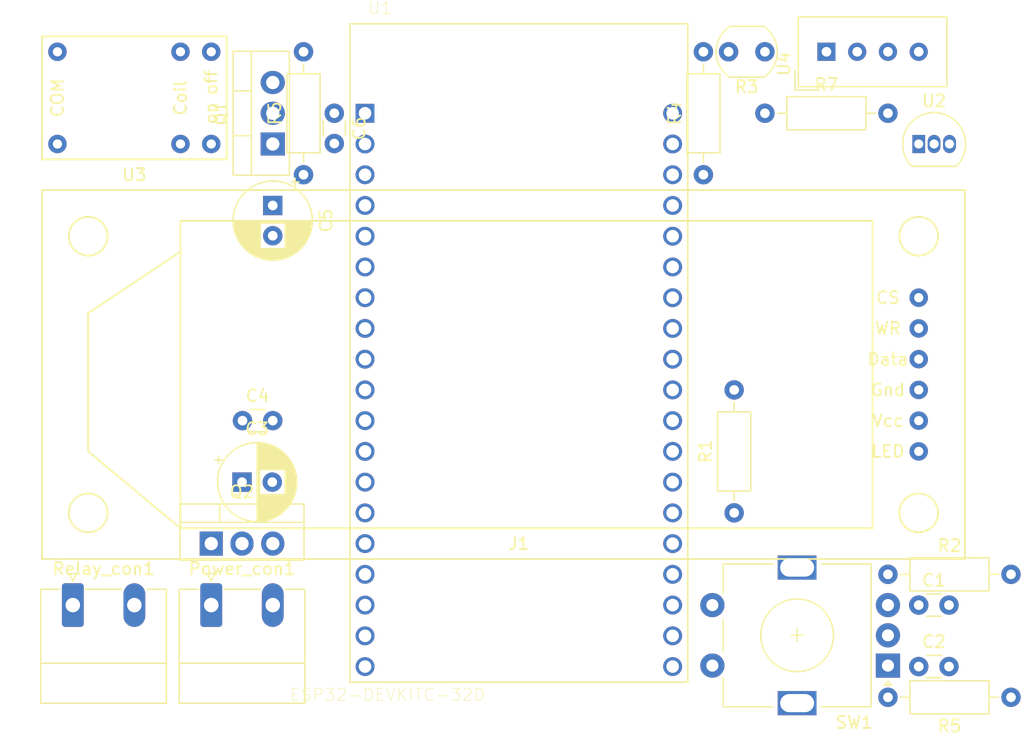
<source format=kicad_pcb>
(kicad_pcb (version 20171130) (host pcbnew "(5.1.2)-1")

  (general
    (thickness 1.6)
    (drawings 0)
    (tracks 0)
    (zones 0)
    (modules 23)
    (nets 45)
  )

  (page A4)
  (layers
    (0 F.Cu signal)
    (31 B.Cu signal)
    (32 B.Adhes user)
    (33 F.Adhes user)
    (34 B.Paste user)
    (35 F.Paste user)
    (36 B.SilkS user)
    (37 F.SilkS user)
    (38 B.Mask user)
    (39 F.Mask user)
    (40 Dwgs.User user)
    (41 Cmts.User user)
    (42 Eco1.User user)
    (43 Eco2.User user)
    (44 Edge.Cuts user)
    (45 Margin user)
    (46 B.CrtYd user)
    (47 F.CrtYd user)
    (48 B.Fab user)
    (49 F.Fab user)
  )

  (setup
    (last_trace_width 0.25)
    (trace_clearance 0.2)
    (zone_clearance 0.508)
    (zone_45_only no)
    (trace_min 0.2)
    (via_size 0.8)
    (via_drill 0.4)
    (via_min_size 0.4)
    (via_min_drill 0.3)
    (uvia_size 0.3)
    (uvia_drill 0.1)
    (uvias_allowed no)
    (uvia_min_size 0.2)
    (uvia_min_drill 0.1)
    (edge_width 0.05)
    (segment_width 0.2)
    (pcb_text_width 0.3)
    (pcb_text_size 1.5 1.5)
    (mod_edge_width 0.12)
    (mod_text_size 1 1)
    (mod_text_width 0.15)
    (pad_size 1.524 1.524)
    (pad_drill 0.762)
    (pad_to_mask_clearance 0.051)
    (solder_mask_min_width 0.25)
    (aux_axis_origin 0 0)
    (visible_elements 7FFFFFFF)
    (pcbplotparams
      (layerselection 0x010fc_ffffffff)
      (usegerberextensions false)
      (usegerberattributes false)
      (usegerberadvancedattributes false)
      (creategerberjobfile false)
      (excludeedgelayer true)
      (linewidth 0.100000)
      (plotframeref false)
      (viasonmask false)
      (mode 1)
      (useauxorigin false)
      (hpglpennumber 1)
      (hpglpenspeed 20)
      (hpglpendiameter 15.000000)
      (psnegative false)
      (psa4output false)
      (plotreference true)
      (plotvalue true)
      (plotinvisibletext false)
      (padsonsilk false)
      (subtractmaskfromsilk false)
      (outputformat 1)
      (mirror false)
      (drillshape 1)
      (scaleselection 1)
      (outputdirectory ""))
  )

  (net 0 "")
  (net 1 DIR)
  (net 2 GND)
  (net 3 "Net-(R3-Pad2)")
  (net 4 +3V3)
  (net 5 "Net-(R1-Pad1)")
  (net 6 CLK)
  (net 7 "Net-(U1-Pad2)")
  (net 8 "Net-(U1-Pad3)")
  (net 9 "Net-(U1-Pad4)")
  (net 10 "Net-(U1-Pad5)")
  (net 11 "Net-(U1-Pad7)")
  (net 12 "Net-(U1-Pad8)")
  (net 13 "Net-(U1-Pad9)")
  (net 14 "Net-(U1-Pad13)")
  (net 15 "Net-(U1-Pad16)")
  (net 16 "Net-(U1-Pad17)")
  (net 17 "Net-(U1-Pad18)")
  (net 18 "Net-(U1-Pad21)")
  (net 19 "Net-(U1-Pad22)")
  (net 20 "Net-(U1-Pad23)")
  (net 21 "Net-(U1-Pad24)")
  (net 22 "Net-(U1-Pad28)")
  (net 23 "Net-(U1-Pad29)")
  (net 24 "Net-(U1-Pad32)")
  (net 25 "Net-(U1-Pad33)")
  (net 26 "Net-(U1-Pad34)")
  (net 27 "Net-(U1-Pad35)")
  (net 28 "Net-(U1-Pad36)")
  (net 29 "Net-(U1-Pad37)")
  (net 30 "Net-(U1-Pad38)")
  (net 31 +5V)
  (net 32 "Net-(Q1-Pad2)")
  (net 33 Relay)
  (net 34 Temperature)
  (net 35 dispCS)
  (net 36 dispWR)
  (net 37 dispData)
  (net 38 dispLED)
  (net 39 "Net-(Q1-Pad1)")
  (net 40 "Net-(Relay_con1-Pad1)")
  (net 41 "Net-(Relay_con1-Pad2)")
  (net 42 "Net-(U3-Pad4)")
  (net 43 "Net-(U4-Pad3)")
  (net 44 "Net-(Power_con1-Pad2)")

  (net_class Default "This is the default net class."
    (clearance 0.2)
    (trace_width 0.25)
    (via_dia 0.8)
    (via_drill 0.4)
    (uvia_dia 0.3)
    (uvia_drill 0.1)
    (add_net +3V3)
    (add_net +5V)
    (add_net CLK)
    (add_net DIR)
    (add_net GND)
    (add_net "Net-(Power_con1-Pad2)")
    (add_net "Net-(Q1-Pad1)")
    (add_net "Net-(Q1-Pad2)")
    (add_net "Net-(R1-Pad1)")
    (add_net "Net-(R3-Pad2)")
    (add_net "Net-(Relay_con1-Pad1)")
    (add_net "Net-(Relay_con1-Pad2)")
    (add_net "Net-(U1-Pad13)")
    (add_net "Net-(U1-Pad16)")
    (add_net "Net-(U1-Pad17)")
    (add_net "Net-(U1-Pad18)")
    (add_net "Net-(U1-Pad2)")
    (add_net "Net-(U1-Pad21)")
    (add_net "Net-(U1-Pad22)")
    (add_net "Net-(U1-Pad23)")
    (add_net "Net-(U1-Pad24)")
    (add_net "Net-(U1-Pad28)")
    (add_net "Net-(U1-Pad29)")
    (add_net "Net-(U1-Pad3)")
    (add_net "Net-(U1-Pad32)")
    (add_net "Net-(U1-Pad33)")
    (add_net "Net-(U1-Pad34)")
    (add_net "Net-(U1-Pad35)")
    (add_net "Net-(U1-Pad36)")
    (add_net "Net-(U1-Pad37)")
    (add_net "Net-(U1-Pad38)")
    (add_net "Net-(U1-Pad4)")
    (add_net "Net-(U1-Pad5)")
    (add_net "Net-(U1-Pad7)")
    (add_net "Net-(U1-Pad8)")
    (add_net "Net-(U1-Pad9)")
    (add_net "Net-(U3-Pad4)")
    (add_net "Net-(U4-Pad3)")
    (add_net Relay)
    (add_net Temperature)
    (add_net dispCS)
    (add_net dispData)
    (add_net dispLED)
    (add_net dispWR)
  )

  (module Capacitor_THT:C_Disc_D3.0mm_W1.6mm_P2.50mm (layer F.Cu) (tedit 5AE50EF0) (tstamp 5CDCEC31)
    (at 12.7 -15.24)
    (descr "C, Disc series, Radial, pin pitch=2.50mm, , diameter*width=3.0*1.6mm^2, Capacitor, http://www.vishay.com/docs/45233/krseries.pdf")
    (tags "C Disc series Radial pin pitch 2.50mm  diameter 3.0mm width 1.6mm Capacitor")
    (path /5CCB11FE)
    (fp_text reference C1 (at 1.25 -2.05) (layer F.SilkS)
      (effects (font (size 1 1) (thickness 0.15)))
    )
    (fp_text value 220nF (at 1.25 2.05) (layer F.Fab)
      (effects (font (size 1 1) (thickness 0.15)))
    )
    (fp_line (start -0.25 -0.8) (end -0.25 0.8) (layer F.Fab) (width 0.1))
    (fp_line (start -0.25 0.8) (end 2.75 0.8) (layer F.Fab) (width 0.1))
    (fp_line (start 2.75 0.8) (end 2.75 -0.8) (layer F.Fab) (width 0.1))
    (fp_line (start 2.75 -0.8) (end -0.25 -0.8) (layer F.Fab) (width 0.1))
    (fp_line (start 0.621 -0.92) (end 1.879 -0.92) (layer F.SilkS) (width 0.12))
    (fp_line (start 0.621 0.92) (end 1.879 0.92) (layer F.SilkS) (width 0.12))
    (fp_line (start -1.05 -1.05) (end -1.05 1.05) (layer F.CrtYd) (width 0.05))
    (fp_line (start -1.05 1.05) (end 3.55 1.05) (layer F.CrtYd) (width 0.05))
    (fp_line (start 3.55 1.05) (end 3.55 -1.05) (layer F.CrtYd) (width 0.05))
    (fp_line (start 3.55 -1.05) (end -1.05 -1.05) (layer F.CrtYd) (width 0.05))
    (fp_text user %R (at 1.25 0) (layer F.Fab)
      (effects (font (size 0.6 0.6) (thickness 0.09)))
    )
    (pad 1 thru_hole circle (at 0 0) (size 1.6 1.6) (drill 0.8) (layers *.Cu *.Mask)
      (net 1 DIR))
    (pad 2 thru_hole circle (at 2.5 0) (size 1.6 1.6) (drill 0.8) (layers *.Cu *.Mask)
      (net 2 GND))
    (model ${KISYS3DMOD}/Capacitor_THT.3dshapes/C_Disc_D3.0mm_W1.6mm_P2.50mm.wrl
      (at (xyz 0 0 0))
      (scale (xyz 1 1 1))
      (rotate (xyz 0 0 0))
    )
  )

  (module Resistor_THT:R_Axial_DIN0207_L6.3mm_D2.5mm_P10.16mm_Horizontal (layer F.Cu) (tedit 5AE5139B) (tstamp 5CDCEC48)
    (at -5.08 -50.8 90)
    (descr "Resistor, Axial_DIN0207 series, Axial, Horizontal, pin pitch=10.16mm, 0.25W = 1/4W, length*diameter=6.3*2.5mm^2, http://cdn-reichelt.de/documents/datenblatt/B400/1_4W%23YAG.pdf")
    (tags "Resistor Axial_DIN0207 series Axial Horizontal pin pitch 10.16mm 0.25W = 1/4W length 6.3mm diameter 2.5mm")
    (path /5CCBD33F)
    (fp_text reference R4 (at 5.08 -2.37 90) (layer F.SilkS)
      (effects (font (size 1 1) (thickness 0.15)))
    )
    (fp_text value 10k (at 5.08 2.37 90) (layer F.Fab)
      (effects (font (size 1 1) (thickness 0.15)))
    )
    (fp_line (start 1.93 -1.25) (end 1.93 1.25) (layer F.Fab) (width 0.1))
    (fp_line (start 1.93 1.25) (end 8.23 1.25) (layer F.Fab) (width 0.1))
    (fp_line (start 8.23 1.25) (end 8.23 -1.25) (layer F.Fab) (width 0.1))
    (fp_line (start 8.23 -1.25) (end 1.93 -1.25) (layer F.Fab) (width 0.1))
    (fp_line (start 0 0) (end 1.93 0) (layer F.Fab) (width 0.1))
    (fp_line (start 10.16 0) (end 8.23 0) (layer F.Fab) (width 0.1))
    (fp_line (start 1.81 -1.37) (end 1.81 1.37) (layer F.SilkS) (width 0.12))
    (fp_line (start 1.81 1.37) (end 8.35 1.37) (layer F.SilkS) (width 0.12))
    (fp_line (start 8.35 1.37) (end 8.35 -1.37) (layer F.SilkS) (width 0.12))
    (fp_line (start 8.35 -1.37) (end 1.81 -1.37) (layer F.SilkS) (width 0.12))
    (fp_line (start 1.04 0) (end 1.81 0) (layer F.SilkS) (width 0.12))
    (fp_line (start 9.12 0) (end 8.35 0) (layer F.SilkS) (width 0.12))
    (fp_line (start -1.05 -1.5) (end -1.05 1.5) (layer F.CrtYd) (width 0.05))
    (fp_line (start -1.05 1.5) (end 11.21 1.5) (layer F.CrtYd) (width 0.05))
    (fp_line (start 11.21 1.5) (end 11.21 -1.5) (layer F.CrtYd) (width 0.05))
    (fp_line (start 11.21 -1.5) (end -1.05 -1.5) (layer F.CrtYd) (width 0.05))
    (fp_text user %R (at 5.08 0 90) (layer F.Fab)
      (effects (font (size 1 1) (thickness 0.15)))
    )
    (pad 1 thru_hole circle (at 0 0 90) (size 1.6 1.6) (drill 0.8) (layers *.Cu *.Mask)
      (net 2 GND))
    (pad 2 thru_hole oval (at 10.16 0 90) (size 1.6 1.6) (drill 0.8) (layers *.Cu *.Mask)
      (net 3 "Net-(R3-Pad2)"))
    (model ${KISYS3DMOD}/Resistor_THT.3dshapes/R_Axial_DIN0207_L6.3mm_D2.5mm_P10.16mm_Horizontal.wrl
      (at (xyz 0 0 0))
      (scale (xyz 1 1 1))
      (rotate (xyz 0 0 0))
    )
  )

  (module Rotary_Encoder:RotaryEncoder_Alps_EC11E-Switch_Vertical_H20mm (layer F.Cu) (tedit 5A74C8CB) (tstamp 5CDCEC6E)
    (at 10.16 -10.24 180)
    (descr "Alps rotary encoder, EC12E... with switch, vertical shaft, http://www.alps.com/prod/info/E/HTML/Encoder/Incremental/EC11/EC11E15204A3.html")
    (tags "rotary encoder")
    (path /5CCAB9AD)
    (fp_text reference SW1 (at 2.8 -4.7) (layer F.SilkS)
      (effects (font (size 1 1) (thickness 0.15)))
    )
    (fp_text value Rotary_Encoder_Switch (at 7.5 10.4) (layer F.Fab)
      (effects (font (size 1 1) (thickness 0.15)))
    )
    (fp_circle (center 7.5 2.5) (end 10.5 2.5) (layer F.Fab) (width 0.12))
    (fp_circle (center 7.5 2.5) (end 10.5 2.5) (layer F.SilkS) (width 0.12))
    (fp_line (start 16 9.6) (end -1.5 9.6) (layer F.CrtYd) (width 0.05))
    (fp_line (start 16 9.6) (end 16 -4.6) (layer F.CrtYd) (width 0.05))
    (fp_line (start -1.5 -4.6) (end -1.5 9.6) (layer F.CrtYd) (width 0.05))
    (fp_line (start -1.5 -4.6) (end 16 -4.6) (layer F.CrtYd) (width 0.05))
    (fp_line (start 2.5 -3.3) (end 13.5 -3.3) (layer F.Fab) (width 0.12))
    (fp_line (start 13.5 -3.3) (end 13.5 8.3) (layer F.Fab) (width 0.12))
    (fp_line (start 13.5 8.3) (end 1.5 8.3) (layer F.Fab) (width 0.12))
    (fp_line (start 1.5 8.3) (end 1.5 -2.2) (layer F.Fab) (width 0.12))
    (fp_line (start 1.5 -2.2) (end 2.5 -3.3) (layer F.Fab) (width 0.12))
    (fp_line (start 9.5 -3.4) (end 13.6 -3.4) (layer F.SilkS) (width 0.12))
    (fp_line (start 13.6 8.4) (end 9.5 8.4) (layer F.SilkS) (width 0.12))
    (fp_line (start 5.5 8.4) (end 1.4 8.4) (layer F.SilkS) (width 0.12))
    (fp_line (start 5.5 -3.4) (end 1.4 -3.4) (layer F.SilkS) (width 0.12))
    (fp_line (start 1.4 -3.4) (end 1.4 8.4) (layer F.SilkS) (width 0.12))
    (fp_line (start 0 -1.3) (end -0.3 -1.6) (layer F.SilkS) (width 0.12))
    (fp_line (start -0.3 -1.6) (end 0.3 -1.6) (layer F.SilkS) (width 0.12))
    (fp_line (start 0.3 -1.6) (end 0 -1.3) (layer F.SilkS) (width 0.12))
    (fp_line (start 7.5 -0.5) (end 7.5 5.5) (layer F.Fab) (width 0.12))
    (fp_line (start 4.5 2.5) (end 10.5 2.5) (layer F.Fab) (width 0.12))
    (fp_line (start 13.6 -3.4) (end 13.6 -1) (layer F.SilkS) (width 0.12))
    (fp_line (start 13.6 1.2) (end 13.6 3.8) (layer F.SilkS) (width 0.12))
    (fp_line (start 13.6 6) (end 13.6 8.4) (layer F.SilkS) (width 0.12))
    (fp_line (start 7.5 2) (end 7.5 3) (layer F.SilkS) (width 0.12))
    (fp_line (start 7 2.5) (end 8 2.5) (layer F.SilkS) (width 0.12))
    (fp_text user %R (at 11.1 6.3) (layer F.Fab)
      (effects (font (size 1 1) (thickness 0.15)))
    )
    (pad A thru_hole rect (at 0 0 180) (size 2 2) (drill 1) (layers *.Cu *.Mask)
      (net 6 CLK))
    (pad C thru_hole circle (at 0 2.5 180) (size 2 2) (drill 1) (layers *.Cu *.Mask)
      (net 2 GND))
    (pad B thru_hole circle (at 0 5 180) (size 2 2) (drill 1) (layers *.Cu *.Mask)
      (net 1 DIR))
    (pad MP thru_hole rect (at 7.5 -3.1 180) (size 3.2 2) (drill oval 2.8 1.5) (layers *.Cu *.Mask))
    (pad MP thru_hole rect (at 7.5 8.1 180) (size 3.2 2) (drill oval 2.8 1.5) (layers *.Cu *.Mask))
    (pad S2 thru_hole circle (at 14.5 0 180) (size 2 2) (drill 1) (layers *.Cu *.Mask)
      (net 5 "Net-(R1-Pad1)"))
    (pad S1 thru_hole circle (at 14.5 5 180) (size 2 2) (drill 1) (layers *.Cu *.Mask)
      (net 4 +3V3))
    (model ${KISYS3DMOD}/Rotary_Encoder.3dshapes/RotaryEncoder_Alps_EC11E-Switch_Vertical_H20mm.wrl
      (at (xyz 0 0 0))
      (scale (xyz 1 1 1))
      (rotate (xyz 0 0 0))
    )
  )

  (module Capacitor_THT:C_Disc_D3.0mm_W1.6mm_P2.50mm (layer F.Cu) (tedit 5AE50EF0) (tstamp 5CDCEFFD)
    (at 12.7 -10.16)
    (descr "C, Disc series, Radial, pin pitch=2.50mm, , diameter*width=3.0*1.6mm^2, Capacitor, http://www.vishay.com/docs/45233/krseries.pdf")
    (tags "C Disc series Radial pin pitch 2.50mm  diameter 3.0mm width 1.6mm Capacitor")
    (path /5CCB1D85)
    (fp_text reference C2 (at 1.25 -2.05) (layer F.SilkS)
      (effects (font (size 1 1) (thickness 0.15)))
    )
    (fp_text value 220nF (at 1.25 2.05) (layer F.Fab)
      (effects (font (size 1 1) (thickness 0.15)))
    )
    (fp_line (start -0.25 -0.8) (end -0.25 0.8) (layer F.Fab) (width 0.1))
    (fp_line (start -0.25 0.8) (end 2.75 0.8) (layer F.Fab) (width 0.1))
    (fp_line (start 2.75 0.8) (end 2.75 -0.8) (layer F.Fab) (width 0.1))
    (fp_line (start 2.75 -0.8) (end -0.25 -0.8) (layer F.Fab) (width 0.1))
    (fp_line (start 0.621 -0.92) (end 1.879 -0.92) (layer F.SilkS) (width 0.12))
    (fp_line (start 0.621 0.92) (end 1.879 0.92) (layer F.SilkS) (width 0.12))
    (fp_line (start -1.05 -1.05) (end -1.05 1.05) (layer F.CrtYd) (width 0.05))
    (fp_line (start -1.05 1.05) (end 3.55 1.05) (layer F.CrtYd) (width 0.05))
    (fp_line (start 3.55 1.05) (end 3.55 -1.05) (layer F.CrtYd) (width 0.05))
    (fp_line (start 3.55 -1.05) (end -1.05 -1.05) (layer F.CrtYd) (width 0.05))
    (fp_text user %R (at 1.25 0) (layer F.Fab)
      (effects (font (size 0.6 0.6) (thickness 0.09)))
    )
    (pad 1 thru_hole circle (at 0 0) (size 1.6 1.6) (drill 0.8) (layers *.Cu *.Mask)
      (net 6 CLK))
    (pad 2 thru_hole circle (at 2.5 0) (size 1.6 1.6) (drill 0.8) (layers *.Cu *.Mask)
      (net 2 GND))
    (model ${KISYS3DMOD}/Capacitor_THT.3dshapes/C_Disc_D3.0mm_W1.6mm_P2.50mm.wrl
      (at (xyz 0 0 0))
      (scale (xyz 1 1 1))
      (rotate (xyz 0 0 0))
    )
  )

  (module Resistor_THT:R_Axial_DIN0207_L6.3mm_D2.5mm_P10.16mm_Horizontal (layer F.Cu) (tedit 5AE5139B) (tstamp 5CE31EE5)
    (at -2.54 -22.86 90)
    (descr "Resistor, Axial_DIN0207 series, Axial, Horizontal, pin pitch=10.16mm, 0.25W = 1/4W, length*diameter=6.3*2.5mm^2, http://cdn-reichelt.de/documents/datenblatt/B400/1_4W%23YAG.pdf")
    (tags "Resistor Axial_DIN0207 series Axial Horizontal pin pitch 10.16mm 0.25W = 1/4W length 6.3mm diameter 2.5mm")
    (path /5CCB07D3)
    (fp_text reference R1 (at 5.08 -2.37 90) (layer F.SilkS)
      (effects (font (size 1 1) (thickness 0.15)))
    )
    (fp_text value 10k (at 5.08 2.37 90) (layer F.Fab)
      (effects (font (size 1 1) (thickness 0.15)))
    )
    (fp_line (start 1.93 -1.25) (end 1.93 1.25) (layer F.Fab) (width 0.1))
    (fp_line (start 1.93 1.25) (end 8.23 1.25) (layer F.Fab) (width 0.1))
    (fp_line (start 8.23 1.25) (end 8.23 -1.25) (layer F.Fab) (width 0.1))
    (fp_line (start 8.23 -1.25) (end 1.93 -1.25) (layer F.Fab) (width 0.1))
    (fp_line (start 0 0) (end 1.93 0) (layer F.Fab) (width 0.1))
    (fp_line (start 10.16 0) (end 8.23 0) (layer F.Fab) (width 0.1))
    (fp_line (start 1.81 -1.37) (end 1.81 1.37) (layer F.SilkS) (width 0.12))
    (fp_line (start 1.81 1.37) (end 8.35 1.37) (layer F.SilkS) (width 0.12))
    (fp_line (start 8.35 1.37) (end 8.35 -1.37) (layer F.SilkS) (width 0.12))
    (fp_line (start 8.35 -1.37) (end 1.81 -1.37) (layer F.SilkS) (width 0.12))
    (fp_line (start 1.04 0) (end 1.81 0) (layer F.SilkS) (width 0.12))
    (fp_line (start 9.12 0) (end 8.35 0) (layer F.SilkS) (width 0.12))
    (fp_line (start -1.05 -1.5) (end -1.05 1.5) (layer F.CrtYd) (width 0.05))
    (fp_line (start -1.05 1.5) (end 11.21 1.5) (layer F.CrtYd) (width 0.05))
    (fp_line (start 11.21 1.5) (end 11.21 -1.5) (layer F.CrtYd) (width 0.05))
    (fp_line (start 11.21 -1.5) (end -1.05 -1.5) (layer F.CrtYd) (width 0.05))
    (fp_text user %R (at 5.08 0 90) (layer F.Fab)
      (effects (font (size 1 1) (thickness 0.15)))
    )
    (pad 1 thru_hole circle (at 0 0 90) (size 1.6 1.6) (drill 0.8) (layers *.Cu *.Mask)
      (net 5 "Net-(R1-Pad1)"))
    (pad 2 thru_hole oval (at 10.16 0 90) (size 1.6 1.6) (drill 0.8) (layers *.Cu *.Mask)
      (net 2 GND))
    (model ${KISYS3DMOD}/Resistor_THT.3dshapes/R_Axial_DIN0207_L6.3mm_D2.5mm_P10.16mm_Horizontal.wrl
      (at (xyz 0 0 0))
      (scale (xyz 1 1 1))
      (rotate (xyz 0 0 0))
    )
  )

  (module Resistor_THT:R_Axial_DIN0207_L6.3mm_D2.5mm_P10.16mm_Horizontal (layer F.Cu) (tedit 5AE5139B) (tstamp 5CDCF02B)
    (at 10.16 -17.78)
    (descr "Resistor, Axial_DIN0207 series, Axial, Horizontal, pin pitch=10.16mm, 0.25W = 1/4W, length*diameter=6.3*2.5mm^2, http://cdn-reichelt.de/documents/datenblatt/B400/1_4W%23YAG.pdf")
    (tags "Resistor Axial_DIN0207 series Axial Horizontal pin pitch 10.16mm 0.25W = 1/4W length 6.3mm diameter 2.5mm")
    (path /5CCB0471)
    (fp_text reference R2 (at 5.08 -2.37) (layer F.SilkS)
      (effects (font (size 1 1) (thickness 0.15)))
    )
    (fp_text value 10k (at 5.08 2.37) (layer F.Fab)
      (effects (font (size 1 1) (thickness 0.15)))
    )
    (fp_text user %R (at 5.08 0) (layer F.Fab)
      (effects (font (size 1 1) (thickness 0.15)))
    )
    (fp_line (start 11.21 -1.5) (end -1.05 -1.5) (layer F.CrtYd) (width 0.05))
    (fp_line (start 11.21 1.5) (end 11.21 -1.5) (layer F.CrtYd) (width 0.05))
    (fp_line (start -1.05 1.5) (end 11.21 1.5) (layer F.CrtYd) (width 0.05))
    (fp_line (start -1.05 -1.5) (end -1.05 1.5) (layer F.CrtYd) (width 0.05))
    (fp_line (start 9.12 0) (end 8.35 0) (layer F.SilkS) (width 0.12))
    (fp_line (start 1.04 0) (end 1.81 0) (layer F.SilkS) (width 0.12))
    (fp_line (start 8.35 -1.37) (end 1.81 -1.37) (layer F.SilkS) (width 0.12))
    (fp_line (start 8.35 1.37) (end 8.35 -1.37) (layer F.SilkS) (width 0.12))
    (fp_line (start 1.81 1.37) (end 8.35 1.37) (layer F.SilkS) (width 0.12))
    (fp_line (start 1.81 -1.37) (end 1.81 1.37) (layer F.SilkS) (width 0.12))
    (fp_line (start 10.16 0) (end 8.23 0) (layer F.Fab) (width 0.1))
    (fp_line (start 0 0) (end 1.93 0) (layer F.Fab) (width 0.1))
    (fp_line (start 8.23 -1.25) (end 1.93 -1.25) (layer F.Fab) (width 0.1))
    (fp_line (start 8.23 1.25) (end 8.23 -1.25) (layer F.Fab) (width 0.1))
    (fp_line (start 1.93 1.25) (end 8.23 1.25) (layer F.Fab) (width 0.1))
    (fp_line (start 1.93 -1.25) (end 1.93 1.25) (layer F.Fab) (width 0.1))
    (pad 2 thru_hole oval (at 10.16 0) (size 1.6 1.6) (drill 0.8) (layers *.Cu *.Mask)
      (net 4 +3V3))
    (pad 1 thru_hole circle (at 0 0) (size 1.6 1.6) (drill 0.8) (layers *.Cu *.Mask)
      (net 1 DIR))
    (model ${KISYS3DMOD}/Resistor_THT.3dshapes/R_Axial_DIN0207_L6.3mm_D2.5mm_P10.16mm_Horizontal.wrl
      (at (xyz 0 0 0))
      (scale (xyz 1 1 1))
      (rotate (xyz 0 0 0))
    )
  )

  (module Resistor_THT:R_Axial_DIN0207_L6.3mm_D2.5mm_P10.16mm_Horizontal (layer F.Cu) (tedit 5AE5139B) (tstamp 5CDCF042)
    (at 20.32 -7.62 180)
    (descr "Resistor, Axial_DIN0207 series, Axial, Horizontal, pin pitch=10.16mm, 0.25W = 1/4W, length*diameter=6.3*2.5mm^2, http://cdn-reichelt.de/documents/datenblatt/B400/1_4W%23YAG.pdf")
    (tags "Resistor Axial_DIN0207 series Axial Horizontal pin pitch 10.16mm 0.25W = 1/4W length 6.3mm diameter 2.5mm")
    (path /5CCAFA6E)
    (fp_text reference R5 (at 5.08 -2.37) (layer F.SilkS)
      (effects (font (size 1 1) (thickness 0.15)))
    )
    (fp_text value 10k (at 5.08 2.37) (layer F.Fab)
      (effects (font (size 1 1) (thickness 0.15)))
    )
    (fp_line (start 1.93 -1.25) (end 1.93 1.25) (layer F.Fab) (width 0.1))
    (fp_line (start 1.93 1.25) (end 8.23 1.25) (layer F.Fab) (width 0.1))
    (fp_line (start 8.23 1.25) (end 8.23 -1.25) (layer F.Fab) (width 0.1))
    (fp_line (start 8.23 -1.25) (end 1.93 -1.25) (layer F.Fab) (width 0.1))
    (fp_line (start 0 0) (end 1.93 0) (layer F.Fab) (width 0.1))
    (fp_line (start 10.16 0) (end 8.23 0) (layer F.Fab) (width 0.1))
    (fp_line (start 1.81 -1.37) (end 1.81 1.37) (layer F.SilkS) (width 0.12))
    (fp_line (start 1.81 1.37) (end 8.35 1.37) (layer F.SilkS) (width 0.12))
    (fp_line (start 8.35 1.37) (end 8.35 -1.37) (layer F.SilkS) (width 0.12))
    (fp_line (start 8.35 -1.37) (end 1.81 -1.37) (layer F.SilkS) (width 0.12))
    (fp_line (start 1.04 0) (end 1.81 0) (layer F.SilkS) (width 0.12))
    (fp_line (start 9.12 0) (end 8.35 0) (layer F.SilkS) (width 0.12))
    (fp_line (start -1.05 -1.5) (end -1.05 1.5) (layer F.CrtYd) (width 0.05))
    (fp_line (start -1.05 1.5) (end 11.21 1.5) (layer F.CrtYd) (width 0.05))
    (fp_line (start 11.21 1.5) (end 11.21 -1.5) (layer F.CrtYd) (width 0.05))
    (fp_line (start 11.21 -1.5) (end -1.05 -1.5) (layer F.CrtYd) (width 0.05))
    (fp_text user %R (at 5.08 0) (layer F.Fab)
      (effects (font (size 1 1) (thickness 0.15)))
    )
    (pad 1 thru_hole circle (at 0 0 180) (size 1.6 1.6) (drill 0.8) (layers *.Cu *.Mask)
      (net 4 +3V3))
    (pad 2 thru_hole oval (at 10.16 0 180) (size 1.6 1.6) (drill 0.8) (layers *.Cu *.Mask)
      (net 6 CLK))
    (model ${KISYS3DMOD}/Resistor_THT.3dshapes/R_Axial_DIN0207_L6.3mm_D2.5mm_P10.16mm_Horizontal.wrl
      (at (xyz 0 0 0))
      (scale (xyz 1 1 1))
      (rotate (xyz 0 0 0))
    )
  )

  (module OptoDevice:R_LDR_5.0x4.1mm_P3mm_Vertical (layer F.Cu) (tedit 5B8603C1) (tstamp 5CE3227F)
    (at 0 -60.96 180)
    (descr "Resistor, LDR 5x4.1mm, see http://cdn-reichelt.de/documents/datenblatt/A500/A90xxxx%23PE.pdf")
    (tags "Resistor LDR5x4.1mm")
    (path /5CCBF6E1)
    (fp_text reference R3 (at 1.5 -2.9) (layer F.SilkS)
      (effects (font (size 1 1) (thickness 0.15)))
    )
    (fp_text value R_PHOTO (at 1.3 3) (layer F.Fab)
      (effects (font (size 1 1) (thickness 0.15)))
    )
    (fp_text user %R (at 1.5 -2.9) (layer F.Fab)
      (effects (font (size 1 1) (thickness 0.15)))
    )
    (fp_line (start 0.1 2.1) (end 2.9 2.1) (layer F.SilkS) (width 0.12))
    (fp_line (start 0.1 -2.1) (end 2.9 -2.1) (layer F.SilkS) (width 0.12))
    (fp_line (start 0.6 1.2) (end 2.1 1.2) (layer F.Fab) (width 0.1))
    (fp_line (start 2.1 1.2) (end 2.1 0.6) (layer F.Fab) (width 0.1))
    (fp_line (start 2.1 0.6) (end 0.9 0.6) (layer F.Fab) (width 0.1))
    (fp_line (start 0.9 0.6) (end 0.9 0) (layer F.Fab) (width 0.1))
    (fp_line (start 0.9 0) (end 2.1 0) (layer F.Fab) (width 0.1))
    (fp_line (start 2.1 0) (end 2.1 -0.5) (layer F.Fab) (width 0.1))
    (fp_line (start 2.1 -0.5) (end 2.1 -0.6) (layer F.Fab) (width 0.1))
    (fp_line (start 2.1 -0.6) (end 0.9 -0.6) (layer F.Fab) (width 0.1))
    (fp_line (start 0.9 -0.6) (end 0.9 -1.2) (layer F.Fab) (width 0.1))
    (fp_line (start 0.9 -1.2) (end 2.4 -1.2) (layer F.Fab) (width 0.1))
    (fp_line (start 0.6 -1.8) (end 2.4 -1.8) (layer F.Fab) (width 0.1))
    (fp_line (start 2.4 -1.8) (end 2.4 -1.2) (layer F.Fab) (width 0.1))
    (fp_line (start 0.6 1.2) (end 0.6 1.8) (layer F.Fab) (width 0.1))
    (fp_line (start 0.6 1.8) (end 2.4 1.8) (layer F.Fab) (width 0.1))
    (fp_line (start 2.8 2.05) (end 0.2 2.05) (layer F.Fab) (width 0.1))
    (fp_line (start 0.2 -2.05) (end 2.8 -2.05) (layer F.Fab) (width 0.1))
    (fp_line (start -1.18 -2.3) (end 4.18 -2.3) (layer F.CrtYd) (width 0.05))
    (fp_line (start -1.18 -2.3) (end -1.18 2.3) (layer F.CrtYd) (width 0.05))
    (fp_line (start 4.18 2.3) (end 4.18 -2.3) (layer F.CrtYd) (width 0.05))
    (fp_line (start 4.18 2.3) (end -1.18 2.3) (layer F.CrtYd) (width 0.05))
    (fp_arc (start 1.5 0) (end 2.9 -2.1) (angle 113) (layer F.SilkS) (width 0.12))
    (fp_arc (start 1.5 0) (end 0.1 2.1) (angle 113) (layer F.SilkS) (width 0.12))
    (fp_arc (start 1.5 0) (end 2.8 -2.05) (angle 114) (layer F.Fab) (width 0.1))
    (fp_arc (start 1.5 0) (end 0.2 2.05) (angle 114) (layer F.Fab) (width 0.1))
    (pad 1 thru_hole circle (at 0 0 180) (size 1.6 1.6) (drill 0.8) (layers *.Cu *.Mask)
      (net 4 +3V3))
    (pad 2 thru_hole circle (at 3 0 180) (size 1.6 1.6) (drill 0.8) (layers *.Cu *.Mask)
      (net 3 "Net-(R3-Pad2)"))
    (model ${KISYS3DMOD}/OptoDevice.3dshapes/R_LDR_5.0x4.1mm_P3mm_Vertical.wrl
      (at (xyz 0 0 0))
      (scale (xyz 1 1 1))
      (rotate (xyz 0 0 0))
    )
  )

  (module Resistor_THT:R_Axial_DIN0207_L6.3mm_D2.5mm_P10.16mm_Horizontal (layer F.Cu) (tedit 5AE5139B) (tstamp 5CE3319D)
    (at -38.1 -50.8 90)
    (descr "Resistor, Axial_DIN0207 series, Axial, Horizontal, pin pitch=10.16mm, 0.25W = 1/4W, length*diameter=6.3*2.5mm^2, http://cdn-reichelt.de/documents/datenblatt/B400/1_4W%23YAG.pdf")
    (tags "Resistor Axial_DIN0207 series Axial Horizontal pin pitch 10.16mm 0.25W = 1/4W length 6.3mm diameter 2.5mm")
    (path /5CE23C6B)
    (fp_text reference R6 (at 5.08 -2.37 90) (layer F.SilkS)
      (effects (font (size 1 1) (thickness 0.15)))
    )
    (fp_text value 100R (at 5.08 2.37 90) (layer F.Fab)
      (effects (font (size 1 1) (thickness 0.15)))
    )
    (fp_line (start 1.93 -1.25) (end 1.93 1.25) (layer F.Fab) (width 0.1))
    (fp_line (start 1.93 1.25) (end 8.23 1.25) (layer F.Fab) (width 0.1))
    (fp_line (start 8.23 1.25) (end 8.23 -1.25) (layer F.Fab) (width 0.1))
    (fp_line (start 8.23 -1.25) (end 1.93 -1.25) (layer F.Fab) (width 0.1))
    (fp_line (start 0 0) (end 1.93 0) (layer F.Fab) (width 0.1))
    (fp_line (start 10.16 0) (end 8.23 0) (layer F.Fab) (width 0.1))
    (fp_line (start 1.81 -1.37) (end 1.81 1.37) (layer F.SilkS) (width 0.12))
    (fp_line (start 1.81 1.37) (end 8.35 1.37) (layer F.SilkS) (width 0.12))
    (fp_line (start 8.35 1.37) (end 8.35 -1.37) (layer F.SilkS) (width 0.12))
    (fp_line (start 8.35 -1.37) (end 1.81 -1.37) (layer F.SilkS) (width 0.12))
    (fp_line (start 1.04 0) (end 1.81 0) (layer F.SilkS) (width 0.12))
    (fp_line (start 9.12 0) (end 8.35 0) (layer F.SilkS) (width 0.12))
    (fp_line (start -1.05 -1.5) (end -1.05 1.5) (layer F.CrtYd) (width 0.05))
    (fp_line (start -1.05 1.5) (end 11.21 1.5) (layer F.CrtYd) (width 0.05))
    (fp_line (start 11.21 1.5) (end 11.21 -1.5) (layer F.CrtYd) (width 0.05))
    (fp_line (start 11.21 -1.5) (end -1.05 -1.5) (layer F.CrtYd) (width 0.05))
    (fp_text user %R (at 5.08 0 90) (layer F.Fab)
      (effects (font (size 1 1) (thickness 0.15)))
    )
    (pad 1 thru_hole circle (at 0 0 90) (size 1.6 1.6) (drill 0.8) (layers *.Cu *.Mask)
      (net 32 "Net-(Q1-Pad2)"))
    (pad 2 thru_hole oval (at 10.16 0 90) (size 1.6 1.6) (drill 0.8) (layers *.Cu *.Mask)
      (net 33 Relay))
    (model ${KISYS3DMOD}/Resistor_THT.3dshapes/R_Axial_DIN0207_L6.3mm_D2.5mm_P10.16mm_Horizontal.wrl
      (at (xyz 0 0 0))
      (scale (xyz 1 1 1))
      (rotate (xyz 0 0 0))
    )
  )

  (module Package_TO_SOT_THT:TO-220-3_Vertical (layer F.Cu) (tedit 5AC8BA0D) (tstamp 5CE04BF1)
    (at -40.64 -53.34 90)
    (descr "TO-220-3, Vertical, RM 2.54mm, see https://www.vishay.com/docs/66542/to-220-1.pdf")
    (tags "TO-220-3 Vertical RM 2.54mm")
    (path /5CE10137)
    (fp_text reference Q1 (at 2.54 -4.27 90) (layer F.SilkS)
      (effects (font (size 1 1) (thickness 0.15)))
    )
    (fp_text value IRF8301M (at 2.54 2.5 90) (layer F.Fab)
      (effects (font (size 1 1) (thickness 0.15)))
    )
    (fp_line (start -2.46 -3.15) (end -2.46 1.25) (layer F.Fab) (width 0.1))
    (fp_line (start -2.46 1.25) (end 7.54 1.25) (layer F.Fab) (width 0.1))
    (fp_line (start 7.54 1.25) (end 7.54 -3.15) (layer F.Fab) (width 0.1))
    (fp_line (start 7.54 -3.15) (end -2.46 -3.15) (layer F.Fab) (width 0.1))
    (fp_line (start -2.46 -1.88) (end 7.54 -1.88) (layer F.Fab) (width 0.1))
    (fp_line (start 0.69 -3.15) (end 0.69 -1.88) (layer F.Fab) (width 0.1))
    (fp_line (start 4.39 -3.15) (end 4.39 -1.88) (layer F.Fab) (width 0.1))
    (fp_line (start -2.58 -3.27) (end 7.66 -3.27) (layer F.SilkS) (width 0.12))
    (fp_line (start -2.58 1.371) (end 7.66 1.371) (layer F.SilkS) (width 0.12))
    (fp_line (start -2.58 -3.27) (end -2.58 1.371) (layer F.SilkS) (width 0.12))
    (fp_line (start 7.66 -3.27) (end 7.66 1.371) (layer F.SilkS) (width 0.12))
    (fp_line (start -2.58 -1.76) (end 7.66 -1.76) (layer F.SilkS) (width 0.12))
    (fp_line (start 0.69 -3.27) (end 0.69 -1.76) (layer F.SilkS) (width 0.12))
    (fp_line (start 4.391 -3.27) (end 4.391 -1.76) (layer F.SilkS) (width 0.12))
    (fp_line (start -2.71 -3.4) (end -2.71 1.51) (layer F.CrtYd) (width 0.05))
    (fp_line (start -2.71 1.51) (end 7.79 1.51) (layer F.CrtYd) (width 0.05))
    (fp_line (start 7.79 1.51) (end 7.79 -3.4) (layer F.CrtYd) (width 0.05))
    (fp_line (start 7.79 -3.4) (end -2.71 -3.4) (layer F.CrtYd) (width 0.05))
    (fp_text user %R (at 2.54 -4.27 90) (layer F.Fab)
      (effects (font (size 1 1) (thickness 0.15)))
    )
    (pad 1 thru_hole rect (at 0 0 90) (size 1.905 2) (drill 1.1) (layers *.Cu *.Mask)
      (net 39 "Net-(Q1-Pad1)"))
    (pad 2 thru_hole oval (at 2.54 0 90) (size 1.905 2) (drill 1.1) (layers *.Cu *.Mask)
      (net 32 "Net-(Q1-Pad2)"))
    (pad 3 thru_hole oval (at 5.08 0 90) (size 1.905 2) (drill 1.1) (layers *.Cu *.Mask)
      (net 2 GND))
    (model ${KISYS3DMOD}/Package_TO_SOT_THT.3dshapes/TO-220-3_Vertical.wrl
      (at (xyz 0 0 0))
      (scale (xyz 1 1 1))
      (rotate (xyz 0 0 0))
    )
  )

  (module Package_TO_SOT_THT:TO-92_Inline (layer F.Cu) (tedit 5A1DD157) (tstamp 5CE04C82)
    (at 12.7 -53.34)
    (descr "TO-92 leads in-line, narrow, oval pads, drill 0.75mm (see NXP sot054_po.pdf)")
    (tags "to-92 sc-43 sc-43a sot54 PA33 transistor")
    (path /5CE37783)
    (fp_text reference U2 (at 1.27 -3.56) (layer F.SilkS)
      (effects (font (size 1 1) (thickness 0.15)))
    )
    (fp_text value DS18B20 (at 1.27 2.79) (layer F.Fab)
      (effects (font (size 1 1) (thickness 0.15)))
    )
    (fp_text user %R (at 1.27 -3.56) (layer F.Fab)
      (effects (font (size 1 1) (thickness 0.15)))
    )
    (fp_line (start -0.53 1.85) (end 3.07 1.85) (layer F.SilkS) (width 0.12))
    (fp_line (start -0.5 1.75) (end 3 1.75) (layer F.Fab) (width 0.1))
    (fp_line (start -1.46 -2.73) (end 4 -2.73) (layer F.CrtYd) (width 0.05))
    (fp_line (start -1.46 -2.73) (end -1.46 2.01) (layer F.CrtYd) (width 0.05))
    (fp_line (start 4 2.01) (end 4 -2.73) (layer F.CrtYd) (width 0.05))
    (fp_line (start 4 2.01) (end -1.46 2.01) (layer F.CrtYd) (width 0.05))
    (fp_arc (start 1.27 0) (end 1.27 -2.48) (angle 135) (layer F.Fab) (width 0.1))
    (fp_arc (start 1.27 0) (end 1.27 -2.6) (angle -135) (layer F.SilkS) (width 0.12))
    (fp_arc (start 1.27 0) (end 1.27 -2.48) (angle -135) (layer F.Fab) (width 0.1))
    (fp_arc (start 1.27 0) (end 1.27 -2.6) (angle 135) (layer F.SilkS) (width 0.12))
    (pad 2 thru_hole oval (at 1.27 0) (size 1.05 1.5) (drill 0.75) (layers *.Cu *.Mask)
      (net 34 Temperature))
    (pad 3 thru_hole oval (at 2.54 0) (size 1.05 1.5) (drill 0.75) (layers *.Cu *.Mask)
      (net 4 +3V3))
    (pad 1 thru_hole rect (at 0 0) (size 1.05 1.5) (drill 0.75) (layers *.Cu *.Mask)
      (net 2 GND))
    (model ${KISYS3DMOD}/Package_TO_SOT_THT.3dshapes/TO-92_Inline.wrl
      (at (xyz 0 0 0))
      (scale (xyz 1 1 1))
      (rotate (xyz 0 0 0))
    )
  )

  (module CalmFire_board:N4100_relay (layer F.Cu) (tedit 5CDFDB97) (tstamp 5CE05036)
    (at -58.42 -60.96)
    (path /5CE5F614)
    (fp_text reference U3 (at 6.35 10.16) (layer F.SilkS)
      (effects (font (size 1 1) (thickness 0.15)))
    )
    (fp_text value N4100_relay (at 6.35 -2.54) (layer F.Fab)
      (effects (font (size 1 1) (thickness 0.15)))
    )
    (fp_line (start -1.27 -1.27) (end -1.27 8.89) (layer F.SilkS) (width 0.15))
    (fp_line (start -1.27 8.89) (end 13.97 8.89) (layer F.SilkS) (width 0.15))
    (fp_line (start 13.97 8.89) (end 13.97 -1.27) (layer F.SilkS) (width 0.15))
    (fp_line (start 13.97 -1.27) (end -1.27 -1.27) (layer F.SilkS) (width 0.15))
    (fp_text user COM (at 0 3.81 90) (layer F.SilkS)
      (effects (font (size 1 1) (thickness 0.15)))
    )
    (fp_text user Coil (at 10.16 3.81 90) (layer F.SilkS)
      (effects (font (size 1 1) (thickness 0.15)))
    )
    (fp_text user off (at 12.7 2.54 90) (layer F.SilkS)
      (effects (font (size 1 1) (thickness 0.15)))
    )
    (fp_text user on (at 12.7 5.08 90) (layer F.SilkS)
      (effects (font (size 1 1) (thickness 0.15)))
    )
    (pad 3 thru_hole circle (at 0 0) (size 1.524 1.524) (drill 0.762) (layers *.Cu *.Mask)
      (net 40 "Net-(Relay_con1-Pad1)"))
    (pad 3 thru_hole circle (at 0 7.62) (size 1.524 1.524) (drill 0.762) (layers *.Cu *.Mask)
      (net 40 "Net-(Relay_con1-Pad1)"))
    (pad 1 thru_hole circle (at 10.16 0) (size 1.524 1.524) (drill 0.762) (layers *.Cu *.Mask)
      (net 31 +5V))
    (pad 2 thru_hole circle (at 10.16 7.62) (size 1.524 1.524) (drill 0.762) (layers *.Cu *.Mask)
      (net 39 "Net-(Q1-Pad1)"))
    (pad 5 thru_hole circle (at 12.7 7.62) (size 1.524 1.524) (drill 0.762) (layers *.Cu *.Mask)
      (net 41 "Net-(Relay_con1-Pad2)"))
    (pad 4 thru_hole circle (at 12.7 0) (size 1.524 1.524) (drill 0.762) (layers *.Cu *.Mask)
      (net 42 "Net-(U3-Pad4)"))
  )

  (module Sensor:Aosong_DHT11_5.5x12.0_P2.54mm (layer F.Cu) (tedit 5C4B60CF) (tstamp 5CE03A23)
    (at 5.08 -60.96 90)
    (descr "Temperature and humidity module, http://akizukidenshi.com/download/ds/aosong/DHT11.pdf")
    (tags "Temperature and humidity module")
    (path /5CE00A60)
    (fp_text reference U4 (at -1 -3.5 90) (layer F.SilkS)
      (effects (font (size 1 1) (thickness 0.15)))
    )
    (fp_text value DHT11 (at 0 11.3 90) (layer F.Fab)
      (effects (font (size 1 1) (thickness 0.15)))
    )
    (fp_line (start -1.75 -2.19) (end 2.75 -2.19) (layer F.Fab) (width 0.1))
    (fp_line (start 2.75 -2.19) (end 2.75 9.81) (layer F.Fab) (width 0.1))
    (fp_line (start 2.75 9.81) (end -2.75 9.81) (layer F.Fab) (width 0.1))
    (fp_line (start -2.75 -1.19) (end -2.75 9.81) (layer F.Fab) (width 0.1))
    (fp_line (start -2.87 -2.32) (end 2.87 -2.32) (layer F.SilkS) (width 0.12))
    (fp_line (start 2.88 -2.32) (end 2.88 9.94) (layer F.SilkS) (width 0.12))
    (fp_line (start 2.88 9.94) (end -2.88 9.94) (layer F.SilkS) (width 0.12))
    (fp_line (start -2.88 9.94) (end -2.88 -2.31) (layer F.SilkS) (width 0.12))
    (fp_text user %R (at 0 3.81 90) (layer F.Fab)
      (effects (font (size 1 1) (thickness 0.15)))
    )
    (fp_line (start -3 -2.44) (end 3 -2.44) (layer F.CrtYd) (width 0.05))
    (fp_line (start 3 -2.44) (end 3 10.06) (layer F.CrtYd) (width 0.05))
    (fp_line (start 3 10.06) (end -3 10.06) (layer F.CrtYd) (width 0.05))
    (fp_line (start -3 10.06) (end -3 -2.44) (layer F.CrtYd) (width 0.05))
    (fp_line (start -2.75 -1.19) (end -1.75 -2.19) (layer F.Fab) (width 0.1))
    (fp_line (start -3.16 -2.6) (end -3.16 -0.6) (layer F.SilkS) (width 0.12))
    (fp_line (start -3.16 -2.6) (end -1.55 -2.6) (layer F.SilkS) (width 0.12))
    (pad 1 thru_hole rect (at 0 0 90) (size 1.5 1.5) (drill 0.8) (layers *.Cu *.Mask)
      (net 4 +3V3))
    (pad 2 thru_hole circle (at 0 2.54 90) (size 1.5 1.5) (drill 0.8) (layers *.Cu *.Mask)
      (net 34 Temperature))
    (pad 3 thru_hole circle (at 0 5.08 90) (size 1.5 1.5) (drill 0.8) (layers *.Cu *.Mask)
      (net 43 "Net-(U4-Pad3)"))
    (pad 4 thru_hole circle (at 0 7.62 90) (size 1.5 1.5) (drill 0.8) (layers *.Cu *.Mask)
      (net 2 GND))
    (model ${KISYS3DMOD}/Sensor.3dshapes/Aosong_DHT11_5.5x12.0_P2.54mm.wrl
      (at (xyz 0 0 0))
      (scale (xyz 1 1 1))
      (rotate (xyz 0 0 0))
    )
  )

  (module Connector_Phoenix_MC_HighVoltage:PhoenixContact_MC_1,5_2-G-5.08_1x02_P5.08mm_Horizontal (layer F.Cu) (tedit 5B784ED2) (tstamp 5CE03E60)
    (at -45.72 -15.24)
    (descr "Generic Phoenix Contact connector footprint for: MC_1,5/2-G-5.08; number of pins: 02; pin pitch: 5.08mm; Angled || order number: 1836189 8A 320V")
    (tags "phoenix_contact connector MC_01x02_G_5.08mm")
    (path /5CDFE963)
    (fp_text reference Power_con1 (at 2.54 -3) (layer F.SilkS)
      (effects (font (size 1 1) (thickness 0.15)))
    )
    (fp_text value Screw_Terminal_01x02 (at 2.54 9.2) (layer F.Fab)
      (effects (font (size 1 1) (thickness 0.15)))
    )
    (fp_line (start -2.65 -1.31) (end -2.65 8.11) (layer F.SilkS) (width 0.12))
    (fp_line (start -2.65 8.11) (end 7.73 8.11) (layer F.SilkS) (width 0.12))
    (fp_line (start 7.73 8.11) (end 7.73 -1.31) (layer F.SilkS) (width 0.12))
    (fp_line (start -2.65 -1.31) (end -1.05 -1.31) (layer F.SilkS) (width 0.12))
    (fp_line (start 7.73 -1.31) (end 6.13 -1.31) (layer F.SilkS) (width 0.12))
    (fp_line (start 1.05 -1.31) (end 4.03 -1.31) (layer F.SilkS) (width 0.12))
    (fp_line (start -2.54 -1.2) (end -2.54 8) (layer F.Fab) (width 0.1))
    (fp_line (start -2.54 8) (end 7.62 8) (layer F.Fab) (width 0.1))
    (fp_line (start 7.62 8) (end 7.62 -1.2) (layer F.Fab) (width 0.1))
    (fp_line (start 7.62 -1.2) (end -2.54 -1.2) (layer F.Fab) (width 0.1))
    (fp_line (start -2.65 4.8) (end 7.73 4.8) (layer F.SilkS) (width 0.12))
    (fp_line (start -3.15 -2.3) (end -3.15 8.5) (layer F.CrtYd) (width 0.05))
    (fp_line (start -3.15 8.5) (end 8.12 8.5) (layer F.CrtYd) (width 0.05))
    (fp_line (start 8.12 8.5) (end 8.12 -2.3) (layer F.CrtYd) (width 0.05))
    (fp_line (start 8.12 -2.3) (end -3.15 -2.3) (layer F.CrtYd) (width 0.05))
    (fp_line (start 0.3 -2.6) (end 0 -2) (layer F.SilkS) (width 0.12))
    (fp_line (start 0 -2) (end -0.3 -2.6) (layer F.SilkS) (width 0.12))
    (fp_line (start -0.3 -2.6) (end 0.3 -2.6) (layer F.SilkS) (width 0.12))
    (fp_line (start 0.8 -1.2) (end 0 0) (layer F.Fab) (width 0.1))
    (fp_line (start 0 0) (end -0.8 -1.2) (layer F.Fab) (width 0.1))
    (fp_text user %R (at 2.54 -0.5) (layer F.Fab)
      (effects (font (size 1 1) (thickness 0.15)))
    )
    (pad 1 thru_hole roundrect (at 0 0) (size 1.8 3.6) (drill 1.2) (layers *.Cu *.Mask) (roundrect_rratio 0.138889)
      (net 31 +5V))
    (pad 2 thru_hole oval (at 5.08 0) (size 1.8 3.6) (drill 1.2) (layers *.Cu *.Mask)
      (net 44 "Net-(Power_con1-Pad2)"))
    (model ${KISYS3DMOD}/Connector_Phoenix_MC_HighVoltage.3dshapes/PhoenixContact_MC_1,5_2-G-5.08_1x02_P5.08mm_Horizontal.wrl
      (at (xyz 0 0 0))
      (scale (xyz 1 1 1))
      (rotate (xyz 0 0 0))
    )
  )

  (module Connector_Phoenix_MC_HighVoltage:PhoenixContact_MC_1,5_2-G-5.08_1x02_P5.08mm_Horizontal (layer F.Cu) (tedit 5B784ED2) (tstamp 5CE3303F)
    (at -57.15 -15.24)
    (descr "Generic Phoenix Contact connector footprint for: MC_1,5/2-G-5.08; number of pins: 02; pin pitch: 5.08mm; Angled || order number: 1836189 8A 320V")
    (tags "phoenix_contact connector MC_01x02_G_5.08mm")
    (path /5CE15286)
    (fp_text reference Relay_con1 (at 2.54 -3) (layer F.SilkS)
      (effects (font (size 1 1) (thickness 0.15)))
    )
    (fp_text value Screw_Terminal_01x02 (at 2.54 9.2) (layer F.Fab)
      (effects (font (size 1 1) (thickness 0.15)))
    )
    (fp_text user %R (at 2.54 -0.5) (layer F.Fab)
      (effects (font (size 1 1) (thickness 0.15)))
    )
    (fp_line (start 0 0) (end -0.8 -1.2) (layer F.Fab) (width 0.1))
    (fp_line (start 0.8 -1.2) (end 0 0) (layer F.Fab) (width 0.1))
    (fp_line (start -0.3 -2.6) (end 0.3 -2.6) (layer F.SilkS) (width 0.12))
    (fp_line (start 0 -2) (end -0.3 -2.6) (layer F.SilkS) (width 0.12))
    (fp_line (start 0.3 -2.6) (end 0 -2) (layer F.SilkS) (width 0.12))
    (fp_line (start 8.12 -2.3) (end -3.15 -2.3) (layer F.CrtYd) (width 0.05))
    (fp_line (start 8.12 8.5) (end 8.12 -2.3) (layer F.CrtYd) (width 0.05))
    (fp_line (start -3.15 8.5) (end 8.12 8.5) (layer F.CrtYd) (width 0.05))
    (fp_line (start -3.15 -2.3) (end -3.15 8.5) (layer F.CrtYd) (width 0.05))
    (fp_line (start -2.65 4.8) (end 7.73 4.8) (layer F.SilkS) (width 0.12))
    (fp_line (start 7.62 -1.2) (end -2.54 -1.2) (layer F.Fab) (width 0.1))
    (fp_line (start 7.62 8) (end 7.62 -1.2) (layer F.Fab) (width 0.1))
    (fp_line (start -2.54 8) (end 7.62 8) (layer F.Fab) (width 0.1))
    (fp_line (start -2.54 -1.2) (end -2.54 8) (layer F.Fab) (width 0.1))
    (fp_line (start 1.05 -1.31) (end 4.03 -1.31) (layer F.SilkS) (width 0.12))
    (fp_line (start 7.73 -1.31) (end 6.13 -1.31) (layer F.SilkS) (width 0.12))
    (fp_line (start -2.65 -1.31) (end -1.05 -1.31) (layer F.SilkS) (width 0.12))
    (fp_line (start 7.73 8.11) (end 7.73 -1.31) (layer F.SilkS) (width 0.12))
    (fp_line (start -2.65 8.11) (end 7.73 8.11) (layer F.SilkS) (width 0.12))
    (fp_line (start -2.65 -1.31) (end -2.65 8.11) (layer F.SilkS) (width 0.12))
    (pad 2 thru_hole oval (at 5.08 0) (size 1.8 3.6) (drill 1.2) (layers *.Cu *.Mask)
      (net 41 "Net-(Relay_con1-Pad2)"))
    (pad 1 thru_hole roundrect (at 0 0) (size 1.8 3.6) (drill 1.2) (layers *.Cu *.Mask) (roundrect_rratio 0.138889)
      (net 40 "Net-(Relay_con1-Pad1)"))
    (model ${KISYS3DMOD}/Connector_Phoenix_MC_HighVoltage.3dshapes/PhoenixContact_MC_1,5_2-G-5.08_1x02_P5.08mm_Horizontal.wrl
      (at (xyz 0 0 0))
      (scale (xyz 1 1 1))
      (rotate (xyz 0 0 0))
    )
  )

  (module MODULE_ESP32-DEVKITC-32D (layer F.Cu) (tedit 0) (tstamp 5CE33307)
    (at -20.32 -36.12)
    (path /5CE28294)
    (fp_text reference U1 (at -11.4644 -28.446) (layer F.SilkS)
      (effects (font (size 1.00039 1.00039) (thickness 0.05)))
    )
    (fp_text value ESP32-DEVKITC-32D (at -10.8363 28.2945) (layer F.SilkS)
      (effects (font (size 1.00105 1.00105) (thickness 0.05)))
    )
    (fp_line (start -13.95 -27.15) (end 13.95 -27.15) (layer Eco2.User) (width 0.127))
    (fp_line (start 13.95 -27.15) (end 13.95 27.25) (layer Eco2.User) (width 0.127))
    (fp_line (start 13.95 27.25) (end -13.95 27.25) (layer Eco2.User) (width 0.127))
    (fp_line (start -13.95 27.25) (end -13.95 -27.15) (layer Eco2.User) (width 0.127))
    (fp_line (start -13.95 27.25) (end -13.95 -27.15) (layer F.SilkS) (width 0.127))
    (fp_line (start -13.95 -27.15) (end 13.95 -27.15) (layer F.SilkS) (width 0.127))
    (fp_line (start 13.95 -27.15) (end 13.95 27.25) (layer F.SilkS) (width 0.127))
    (fp_line (start 13.95 27.25) (end -13.95 27.25) (layer F.SilkS) (width 0.127))
    (fp_line (start -14.2 -27.4) (end 14.2 -27.4) (layer Eco1.User) (width 0.05))
    (fp_line (start 14.2 -27.4) (end 14.2 27.5) (layer Eco1.User) (width 0.05))
    (fp_line (start 14.2 27.5) (end -14.2 27.5) (layer Eco1.User) (width 0.05))
    (fp_line (start -14.2 27.5) (end -14.2 -27.4) (layer Eco1.User) (width 0.05))
    (fp_circle (center -14.6 -19.9) (end -14.46 -19.9) (layer Eco2.User) (width 0.28))
    (fp_circle (center -14.6 -19.9) (end -14.46 -19.9) (layer Eco2.User) (width 0.28))
    (pad 1 thru_hole rect (at -12.7 -19.76) (size 1.56 1.56) (drill 1.04) (layers *.Cu *.Mask)
      (net 4 +3V3))
    (pad 2 thru_hole circle (at -12.7 -17.22) (size 1.56 1.56) (drill 1.04) (layers *.Cu *.Mask)
      (net 7 "Net-(U1-Pad2)"))
    (pad 19 thru_hole circle (at -12.7 25.96) (size 1.56 1.56) (drill 1.04) (layers *.Cu *.Mask)
      (net 31 +5V))
    (pad 3 thru_hole circle (at -12.7 -14.68) (size 1.56 1.56) (drill 1.04) (layers *.Cu *.Mask)
      (net 8 "Net-(U1-Pad3)"))
    (pad 4 thru_hole circle (at -12.7 -12.14) (size 1.56 1.56) (drill 1.04) (layers *.Cu *.Mask)
      (net 9 "Net-(U1-Pad4)"))
    (pad 5 thru_hole circle (at -12.7 -9.6) (size 1.56 1.56) (drill 1.04) (layers *.Cu *.Mask)
      (net 10 "Net-(U1-Pad5)"))
    (pad 6 thru_hole circle (at -12.7 -7.06) (size 1.56 1.56) (drill 1.04) (layers *.Cu *.Mask)
      (net 3 "Net-(R3-Pad2)"))
    (pad 7 thru_hole circle (at -12.7 -4.52) (size 1.56 1.56) (drill 1.04) (layers *.Cu *.Mask)
      (net 11 "Net-(U1-Pad7)"))
    (pad 8 thru_hole circle (at -12.7 -1.98) (size 1.56 1.56) (drill 1.04) (layers *.Cu *.Mask)
      (net 12 "Net-(U1-Pad8)"))
    (pad 9 thru_hole circle (at -12.7 0.56) (size 1.56 1.56) (drill 1.04) (layers *.Cu *.Mask)
      (net 13 "Net-(U1-Pad9)"))
    (pad 10 thru_hole circle (at -12.7 3.1) (size 1.56 1.56) (drill 1.04) (layers *.Cu *.Mask)
      (net 37 dispData))
    (pad 11 thru_hole circle (at -12.7 5.64) (size 1.56 1.56) (drill 1.04) (layers *.Cu *.Mask)
      (net 36 dispWR))
    (pad 12 thru_hole circle (at -12.7 8.18) (size 1.56 1.56) (drill 1.04) (layers *.Cu *.Mask)
      (net 35 dispCS))
    (pad 13 thru_hole circle (at -12.7 10.72) (size 1.56 1.56) (drill 1.04) (layers *.Cu *.Mask)
      (net 14 "Net-(U1-Pad13)"))
    (pad 14 thru_hole circle (at -12.7 13.26) (size 1.56 1.56) (drill 1.04) (layers *.Cu *.Mask)
      (net 2 GND))
    (pad 15 thru_hole circle (at -12.7 15.8) (size 1.56 1.56) (drill 1.04) (layers *.Cu *.Mask)
      (net 38 dispLED))
    (pad 16 thru_hole circle (at -12.7 18.34) (size 1.56 1.56) (drill 1.04) (layers *.Cu *.Mask)
      (net 15 "Net-(U1-Pad16)"))
    (pad 17 thru_hole circle (at -12.7 20.88) (size 1.56 1.56) (drill 1.04) (layers *.Cu *.Mask)
      (net 16 "Net-(U1-Pad17)"))
    (pad 18 thru_hole circle (at -12.7 23.42) (size 1.56 1.56) (drill 1.04) (layers *.Cu *.Mask)
      (net 17 "Net-(U1-Pad18)"))
    (pad 20 thru_hole circle (at 12.7 -19.76) (size 1.56 1.56) (drill 1.04) (layers *.Cu *.Mask)
      (net 2 GND))
    (pad 21 thru_hole circle (at 12.7 -17.22) (size 1.56 1.56) (drill 1.04) (layers *.Cu *.Mask)
      (net 18 "Net-(U1-Pad21)"))
    (pad 22 thru_hole circle (at 12.7 -14.68) (size 1.56 1.56) (drill 1.04) (layers *.Cu *.Mask)
      (net 19 "Net-(U1-Pad22)"))
    (pad 23 thru_hole circle (at 12.7 -12.14) (size 1.56 1.56) (drill 1.04) (layers *.Cu *.Mask)
      (net 20 "Net-(U1-Pad23)"))
    (pad 24 thru_hole circle (at 12.7 -9.6) (size 1.56 1.56) (drill 1.04) (layers *.Cu *.Mask)
      (net 21 "Net-(U1-Pad24)"))
    (pad 25 thru_hole circle (at 12.7 -7.06) (size 1.56 1.56) (drill 1.04) (layers *.Cu *.Mask)
      (net 6 CLK))
    (pad 26 thru_hole circle (at 12.7 -4.52) (size 1.56 1.56) (drill 1.04) (layers *.Cu *.Mask)
      (net 2 GND))
    (pad 27 thru_hole circle (at 12.7 -1.98) (size 1.56 1.56) (drill 1.04) (layers *.Cu *.Mask)
      (net 1 DIR))
    (pad 28 thru_hole circle (at 12.7 0.56) (size 1.56 1.56) (drill 1.04) (layers *.Cu *.Mask)
      (net 22 "Net-(U1-Pad28)"))
    (pad 29 thru_hole circle (at 12.7 3.1) (size 1.56 1.56) (drill 1.04) (layers *.Cu *.Mask)
      (net 23 "Net-(U1-Pad29)"))
    (pad 30 thru_hole circle (at 12.7 5.64) (size 1.56 1.56) (drill 1.04) (layers *.Cu *.Mask)
      (net 34 Temperature))
    (pad 31 thru_hole circle (at 12.7 8.18) (size 1.56 1.56) (drill 1.04) (layers *.Cu *.Mask)
      (net 33 Relay))
    (pad 32 thru_hole circle (at 12.7 10.72) (size 1.56 1.56) (drill 1.04) (layers *.Cu *.Mask)
      (net 24 "Net-(U1-Pad32)"))
    (pad 33 thru_hole circle (at 12.7 13.26) (size 1.56 1.56) (drill 1.04) (layers *.Cu *.Mask)
      (net 25 "Net-(U1-Pad33)"))
    (pad 34 thru_hole circle (at 12.7 15.8) (size 1.56 1.56) (drill 1.04) (layers *.Cu *.Mask)
      (net 26 "Net-(U1-Pad34)"))
    (pad 35 thru_hole circle (at 12.7 18.34) (size 1.56 1.56) (drill 1.04) (layers *.Cu *.Mask)
      (net 27 "Net-(U1-Pad35)"))
    (pad 36 thru_hole circle (at 12.7 20.88) (size 1.56 1.56) (drill 1.04) (layers *.Cu *.Mask)
      (net 28 "Net-(U1-Pad36)"))
    (pad 37 thru_hole circle (at 12.7 23.42) (size 1.56 1.56) (drill 1.04) (layers *.Cu *.Mask)
      (net 29 "Net-(U1-Pad37)"))
    (pad 38 thru_hole circle (at 12.7 25.96) (size 1.56 1.56) (drill 1.04) (layers *.Cu *.Mask)
      (net 30 "Net-(U1-Pad38)"))
  )

  (module CalmFire_board:ht1621 (layer F.Cu) (tedit 5CE2C9A9) (tstamp 5CE31B3B)
    (at 12.7 -40.64)
    (path /5CCD6637)
    (fp_text reference J1 (at -33.02 20.32) (layer F.SilkS)
      (effects (font (size 1 1) (thickness 0.15)))
    )
    (fp_text value HT1621_LCD (at -33.02 -7.62) (layer F.Fab)
      (effects (font (size 1 1) (thickness 0.15)))
    )
    (fp_text user CS (at -2.54 0) (layer F.SilkS)
      (effects (font (size 1 1) (thickness 0.15)))
    )
    (fp_text user WR (at -2.54 2.54) (layer F.SilkS)
      (effects (font (size 1 1) (thickness 0.15)))
    )
    (fp_text user Data (at -2.54 5.08) (layer F.SilkS)
      (effects (font (size 1 1) (thickness 0.15)))
    )
    (fp_text user Gnd (at -2.54 7.62) (layer F.SilkS)
      (effects (font (size 1 1) (thickness 0.15)))
    )
    (fp_text user Vcc (at -2.54 10.16) (layer F.SilkS)
      (effects (font (size 1 1) (thickness 0.15)))
    )
    (fp_text user LED (at -2.54 12.7) (layer F.SilkS)
      (effects (font (size 1 1) (thickness 0.15)))
    )
    (fp_line (start -3.81 -6.35) (end -3.81 19.05) (layer F.SilkS) (width 0.15))
    (fp_line (start -3.81 19.05) (end -60.96 19.05) (layer F.SilkS) (width 0.15))
    (fp_line (start -60.96 19.05) (end -60.96 -6.35) (layer F.SilkS) (width 0.15))
    (fp_line (start -60.96 -6.35) (end -3.81 -6.35) (layer F.SilkS) (width 0.15))
    (fp_circle (center 0 -5.08) (end 1.6 -5.08) (layer F.SilkS) (width 0.15))
    (fp_circle (center 0 17.78) (end 1.6 17.78) (layer F.SilkS) (width 0.15))
    (fp_circle (center -68.58 -5.08) (end -66.98 -5.08) (layer F.SilkS) (width 0.15))
    (fp_circle (center -68.58 17.78) (end -66.98 17.78) (layer F.SilkS) (width 0.15))
    (fp_line (start 3.81 -8.89) (end 3.81 21.59) (layer F.SilkS) (width 0.15))
    (fp_line (start 3.81 21.59) (end -72.39 21.59) (layer F.SilkS) (width 0.15))
    (fp_line (start -72.39 21.59) (end -72.39 -8.89) (layer F.SilkS) (width 0.15))
    (fp_line (start -72.39 -8.89) (end 3.81 -8.89) (layer F.SilkS) (width 0.15))
    (fp_line (start -60.96 -3.81) (end -68.58 1.27) (layer F.SilkS) (width 0.15))
    (fp_line (start -68.58 1.27) (end -68.58 12.7) (layer F.SilkS) (width 0.15))
    (fp_line (start -68.58 12.7) (end -60.96 19.05) (layer F.SilkS) (width 0.15))
    (pad 1 thru_hole circle (at 0 0) (size 1.524 1.524) (drill 0.762) (layers *.Cu *.Mask)
      (net 35 dispCS))
    (pad 2 thru_hole circle (at 0 2.54) (size 1.524 1.524) (drill 0.762) (layers *.Cu *.Mask)
      (net 36 dispWR))
    (pad 3 thru_hole circle (at 0 5.08) (size 1.524 1.524) (drill 0.762) (layers *.Cu *.Mask)
      (net 37 dispData))
    (pad 4 thru_hole circle (at 0 7.62) (size 1.524 1.524) (drill 0.762) (layers *.Cu *.Mask)
      (net 2 GND))
    (pad 5 thru_hole circle (at 0 10.16) (size 1.524 1.524) (drill 0.762) (layers *.Cu *.Mask)
      (net 31 +5V))
    (pad 6 thru_hole circle (at 0 12.7) (size 1.524 1.524) (drill 0.762) (layers *.Cu *.Mask)
      (net 38 dispLED))
  )

  (module Capacitor_THT:CP_Radial_D6.3mm_P2.50mm (layer F.Cu) (tedit 5AE50EF0) (tstamp 5CE32ACC)
    (at -43.18 -25.4)
    (descr "CP, Radial series, Radial, pin pitch=2.50mm, , diameter=6.3mm, Electrolytic Capacitor")
    (tags "CP Radial series Radial pin pitch 2.50mm  diameter 6.3mm Electrolytic Capacitor")
    (path /5CE42348)
    (fp_text reference C3 (at 1.25 -4.4) (layer F.SilkS)
      (effects (font (size 1 1) (thickness 0.15)))
    )
    (fp_text value 100uF (at 1.25 4.4) (layer F.Fab)
      (effects (font (size 1 1) (thickness 0.15)))
    )
    (fp_circle (center 1.25 0) (end 4.4 0) (layer F.Fab) (width 0.1))
    (fp_circle (center 1.25 0) (end 4.52 0) (layer F.SilkS) (width 0.12))
    (fp_circle (center 1.25 0) (end 4.65 0) (layer F.CrtYd) (width 0.05))
    (fp_line (start -1.443972 -1.3735) (end -0.813972 -1.3735) (layer F.Fab) (width 0.1))
    (fp_line (start -1.128972 -1.6885) (end -1.128972 -1.0585) (layer F.Fab) (width 0.1))
    (fp_line (start 1.25 -3.23) (end 1.25 3.23) (layer F.SilkS) (width 0.12))
    (fp_line (start 1.29 -3.23) (end 1.29 3.23) (layer F.SilkS) (width 0.12))
    (fp_line (start 1.33 -3.23) (end 1.33 3.23) (layer F.SilkS) (width 0.12))
    (fp_line (start 1.37 -3.228) (end 1.37 3.228) (layer F.SilkS) (width 0.12))
    (fp_line (start 1.41 -3.227) (end 1.41 3.227) (layer F.SilkS) (width 0.12))
    (fp_line (start 1.45 -3.224) (end 1.45 3.224) (layer F.SilkS) (width 0.12))
    (fp_line (start 1.49 -3.222) (end 1.49 -1.04) (layer F.SilkS) (width 0.12))
    (fp_line (start 1.49 1.04) (end 1.49 3.222) (layer F.SilkS) (width 0.12))
    (fp_line (start 1.53 -3.218) (end 1.53 -1.04) (layer F.SilkS) (width 0.12))
    (fp_line (start 1.53 1.04) (end 1.53 3.218) (layer F.SilkS) (width 0.12))
    (fp_line (start 1.57 -3.215) (end 1.57 -1.04) (layer F.SilkS) (width 0.12))
    (fp_line (start 1.57 1.04) (end 1.57 3.215) (layer F.SilkS) (width 0.12))
    (fp_line (start 1.61 -3.211) (end 1.61 -1.04) (layer F.SilkS) (width 0.12))
    (fp_line (start 1.61 1.04) (end 1.61 3.211) (layer F.SilkS) (width 0.12))
    (fp_line (start 1.65 -3.206) (end 1.65 -1.04) (layer F.SilkS) (width 0.12))
    (fp_line (start 1.65 1.04) (end 1.65 3.206) (layer F.SilkS) (width 0.12))
    (fp_line (start 1.69 -3.201) (end 1.69 -1.04) (layer F.SilkS) (width 0.12))
    (fp_line (start 1.69 1.04) (end 1.69 3.201) (layer F.SilkS) (width 0.12))
    (fp_line (start 1.73 -3.195) (end 1.73 -1.04) (layer F.SilkS) (width 0.12))
    (fp_line (start 1.73 1.04) (end 1.73 3.195) (layer F.SilkS) (width 0.12))
    (fp_line (start 1.77 -3.189) (end 1.77 -1.04) (layer F.SilkS) (width 0.12))
    (fp_line (start 1.77 1.04) (end 1.77 3.189) (layer F.SilkS) (width 0.12))
    (fp_line (start 1.81 -3.182) (end 1.81 -1.04) (layer F.SilkS) (width 0.12))
    (fp_line (start 1.81 1.04) (end 1.81 3.182) (layer F.SilkS) (width 0.12))
    (fp_line (start 1.85 -3.175) (end 1.85 -1.04) (layer F.SilkS) (width 0.12))
    (fp_line (start 1.85 1.04) (end 1.85 3.175) (layer F.SilkS) (width 0.12))
    (fp_line (start 1.89 -3.167) (end 1.89 -1.04) (layer F.SilkS) (width 0.12))
    (fp_line (start 1.89 1.04) (end 1.89 3.167) (layer F.SilkS) (width 0.12))
    (fp_line (start 1.93 -3.159) (end 1.93 -1.04) (layer F.SilkS) (width 0.12))
    (fp_line (start 1.93 1.04) (end 1.93 3.159) (layer F.SilkS) (width 0.12))
    (fp_line (start 1.971 -3.15) (end 1.971 -1.04) (layer F.SilkS) (width 0.12))
    (fp_line (start 1.971 1.04) (end 1.971 3.15) (layer F.SilkS) (width 0.12))
    (fp_line (start 2.011 -3.141) (end 2.011 -1.04) (layer F.SilkS) (width 0.12))
    (fp_line (start 2.011 1.04) (end 2.011 3.141) (layer F.SilkS) (width 0.12))
    (fp_line (start 2.051 -3.131) (end 2.051 -1.04) (layer F.SilkS) (width 0.12))
    (fp_line (start 2.051 1.04) (end 2.051 3.131) (layer F.SilkS) (width 0.12))
    (fp_line (start 2.091 -3.121) (end 2.091 -1.04) (layer F.SilkS) (width 0.12))
    (fp_line (start 2.091 1.04) (end 2.091 3.121) (layer F.SilkS) (width 0.12))
    (fp_line (start 2.131 -3.11) (end 2.131 -1.04) (layer F.SilkS) (width 0.12))
    (fp_line (start 2.131 1.04) (end 2.131 3.11) (layer F.SilkS) (width 0.12))
    (fp_line (start 2.171 -3.098) (end 2.171 -1.04) (layer F.SilkS) (width 0.12))
    (fp_line (start 2.171 1.04) (end 2.171 3.098) (layer F.SilkS) (width 0.12))
    (fp_line (start 2.211 -3.086) (end 2.211 -1.04) (layer F.SilkS) (width 0.12))
    (fp_line (start 2.211 1.04) (end 2.211 3.086) (layer F.SilkS) (width 0.12))
    (fp_line (start 2.251 -3.074) (end 2.251 -1.04) (layer F.SilkS) (width 0.12))
    (fp_line (start 2.251 1.04) (end 2.251 3.074) (layer F.SilkS) (width 0.12))
    (fp_line (start 2.291 -3.061) (end 2.291 -1.04) (layer F.SilkS) (width 0.12))
    (fp_line (start 2.291 1.04) (end 2.291 3.061) (layer F.SilkS) (width 0.12))
    (fp_line (start 2.331 -3.047) (end 2.331 -1.04) (layer F.SilkS) (width 0.12))
    (fp_line (start 2.331 1.04) (end 2.331 3.047) (layer F.SilkS) (width 0.12))
    (fp_line (start 2.371 -3.033) (end 2.371 -1.04) (layer F.SilkS) (width 0.12))
    (fp_line (start 2.371 1.04) (end 2.371 3.033) (layer F.SilkS) (width 0.12))
    (fp_line (start 2.411 -3.018) (end 2.411 -1.04) (layer F.SilkS) (width 0.12))
    (fp_line (start 2.411 1.04) (end 2.411 3.018) (layer F.SilkS) (width 0.12))
    (fp_line (start 2.451 -3.002) (end 2.451 -1.04) (layer F.SilkS) (width 0.12))
    (fp_line (start 2.451 1.04) (end 2.451 3.002) (layer F.SilkS) (width 0.12))
    (fp_line (start 2.491 -2.986) (end 2.491 -1.04) (layer F.SilkS) (width 0.12))
    (fp_line (start 2.491 1.04) (end 2.491 2.986) (layer F.SilkS) (width 0.12))
    (fp_line (start 2.531 -2.97) (end 2.531 -1.04) (layer F.SilkS) (width 0.12))
    (fp_line (start 2.531 1.04) (end 2.531 2.97) (layer F.SilkS) (width 0.12))
    (fp_line (start 2.571 -2.952) (end 2.571 -1.04) (layer F.SilkS) (width 0.12))
    (fp_line (start 2.571 1.04) (end 2.571 2.952) (layer F.SilkS) (width 0.12))
    (fp_line (start 2.611 -2.934) (end 2.611 -1.04) (layer F.SilkS) (width 0.12))
    (fp_line (start 2.611 1.04) (end 2.611 2.934) (layer F.SilkS) (width 0.12))
    (fp_line (start 2.651 -2.916) (end 2.651 -1.04) (layer F.SilkS) (width 0.12))
    (fp_line (start 2.651 1.04) (end 2.651 2.916) (layer F.SilkS) (width 0.12))
    (fp_line (start 2.691 -2.896) (end 2.691 -1.04) (layer F.SilkS) (width 0.12))
    (fp_line (start 2.691 1.04) (end 2.691 2.896) (layer F.SilkS) (width 0.12))
    (fp_line (start 2.731 -2.876) (end 2.731 -1.04) (layer F.SilkS) (width 0.12))
    (fp_line (start 2.731 1.04) (end 2.731 2.876) (layer F.SilkS) (width 0.12))
    (fp_line (start 2.771 -2.856) (end 2.771 -1.04) (layer F.SilkS) (width 0.12))
    (fp_line (start 2.771 1.04) (end 2.771 2.856) (layer F.SilkS) (width 0.12))
    (fp_line (start 2.811 -2.834) (end 2.811 -1.04) (layer F.SilkS) (width 0.12))
    (fp_line (start 2.811 1.04) (end 2.811 2.834) (layer F.SilkS) (width 0.12))
    (fp_line (start 2.851 -2.812) (end 2.851 -1.04) (layer F.SilkS) (width 0.12))
    (fp_line (start 2.851 1.04) (end 2.851 2.812) (layer F.SilkS) (width 0.12))
    (fp_line (start 2.891 -2.79) (end 2.891 -1.04) (layer F.SilkS) (width 0.12))
    (fp_line (start 2.891 1.04) (end 2.891 2.79) (layer F.SilkS) (width 0.12))
    (fp_line (start 2.931 -2.766) (end 2.931 -1.04) (layer F.SilkS) (width 0.12))
    (fp_line (start 2.931 1.04) (end 2.931 2.766) (layer F.SilkS) (width 0.12))
    (fp_line (start 2.971 -2.742) (end 2.971 -1.04) (layer F.SilkS) (width 0.12))
    (fp_line (start 2.971 1.04) (end 2.971 2.742) (layer F.SilkS) (width 0.12))
    (fp_line (start 3.011 -2.716) (end 3.011 -1.04) (layer F.SilkS) (width 0.12))
    (fp_line (start 3.011 1.04) (end 3.011 2.716) (layer F.SilkS) (width 0.12))
    (fp_line (start 3.051 -2.69) (end 3.051 -1.04) (layer F.SilkS) (width 0.12))
    (fp_line (start 3.051 1.04) (end 3.051 2.69) (layer F.SilkS) (width 0.12))
    (fp_line (start 3.091 -2.664) (end 3.091 -1.04) (layer F.SilkS) (width 0.12))
    (fp_line (start 3.091 1.04) (end 3.091 2.664) (layer F.SilkS) (width 0.12))
    (fp_line (start 3.131 -2.636) (end 3.131 -1.04) (layer F.SilkS) (width 0.12))
    (fp_line (start 3.131 1.04) (end 3.131 2.636) (layer F.SilkS) (width 0.12))
    (fp_line (start 3.171 -2.607) (end 3.171 -1.04) (layer F.SilkS) (width 0.12))
    (fp_line (start 3.171 1.04) (end 3.171 2.607) (layer F.SilkS) (width 0.12))
    (fp_line (start 3.211 -2.578) (end 3.211 -1.04) (layer F.SilkS) (width 0.12))
    (fp_line (start 3.211 1.04) (end 3.211 2.578) (layer F.SilkS) (width 0.12))
    (fp_line (start 3.251 -2.548) (end 3.251 -1.04) (layer F.SilkS) (width 0.12))
    (fp_line (start 3.251 1.04) (end 3.251 2.548) (layer F.SilkS) (width 0.12))
    (fp_line (start 3.291 -2.516) (end 3.291 -1.04) (layer F.SilkS) (width 0.12))
    (fp_line (start 3.291 1.04) (end 3.291 2.516) (layer F.SilkS) (width 0.12))
    (fp_line (start 3.331 -2.484) (end 3.331 -1.04) (layer F.SilkS) (width 0.12))
    (fp_line (start 3.331 1.04) (end 3.331 2.484) (layer F.SilkS) (width 0.12))
    (fp_line (start 3.371 -2.45) (end 3.371 -1.04) (layer F.SilkS) (width 0.12))
    (fp_line (start 3.371 1.04) (end 3.371 2.45) (layer F.SilkS) (width 0.12))
    (fp_line (start 3.411 -2.416) (end 3.411 -1.04) (layer F.SilkS) (width 0.12))
    (fp_line (start 3.411 1.04) (end 3.411 2.416) (layer F.SilkS) (width 0.12))
    (fp_line (start 3.451 -2.38) (end 3.451 -1.04) (layer F.SilkS) (width 0.12))
    (fp_line (start 3.451 1.04) (end 3.451 2.38) (layer F.SilkS) (width 0.12))
    (fp_line (start 3.491 -2.343) (end 3.491 -1.04) (layer F.SilkS) (width 0.12))
    (fp_line (start 3.491 1.04) (end 3.491 2.343) (layer F.SilkS) (width 0.12))
    (fp_line (start 3.531 -2.305) (end 3.531 -1.04) (layer F.SilkS) (width 0.12))
    (fp_line (start 3.531 1.04) (end 3.531 2.305) (layer F.SilkS) (width 0.12))
    (fp_line (start 3.571 -2.265) (end 3.571 2.265) (layer F.SilkS) (width 0.12))
    (fp_line (start 3.611 -2.224) (end 3.611 2.224) (layer F.SilkS) (width 0.12))
    (fp_line (start 3.651 -2.182) (end 3.651 2.182) (layer F.SilkS) (width 0.12))
    (fp_line (start 3.691 -2.137) (end 3.691 2.137) (layer F.SilkS) (width 0.12))
    (fp_line (start 3.731 -2.092) (end 3.731 2.092) (layer F.SilkS) (width 0.12))
    (fp_line (start 3.771 -2.044) (end 3.771 2.044) (layer F.SilkS) (width 0.12))
    (fp_line (start 3.811 -1.995) (end 3.811 1.995) (layer F.SilkS) (width 0.12))
    (fp_line (start 3.851 -1.944) (end 3.851 1.944) (layer F.SilkS) (width 0.12))
    (fp_line (start 3.891 -1.89) (end 3.891 1.89) (layer F.SilkS) (width 0.12))
    (fp_line (start 3.931 -1.834) (end 3.931 1.834) (layer F.SilkS) (width 0.12))
    (fp_line (start 3.971 -1.776) (end 3.971 1.776) (layer F.SilkS) (width 0.12))
    (fp_line (start 4.011 -1.714) (end 4.011 1.714) (layer F.SilkS) (width 0.12))
    (fp_line (start 4.051 -1.65) (end 4.051 1.65) (layer F.SilkS) (width 0.12))
    (fp_line (start 4.091 -1.581) (end 4.091 1.581) (layer F.SilkS) (width 0.12))
    (fp_line (start 4.131 -1.509) (end 4.131 1.509) (layer F.SilkS) (width 0.12))
    (fp_line (start 4.171 -1.432) (end 4.171 1.432) (layer F.SilkS) (width 0.12))
    (fp_line (start 4.211 -1.35) (end 4.211 1.35) (layer F.SilkS) (width 0.12))
    (fp_line (start 4.251 -1.262) (end 4.251 1.262) (layer F.SilkS) (width 0.12))
    (fp_line (start 4.291 -1.165) (end 4.291 1.165) (layer F.SilkS) (width 0.12))
    (fp_line (start 4.331 -1.059) (end 4.331 1.059) (layer F.SilkS) (width 0.12))
    (fp_line (start 4.371 -0.94) (end 4.371 0.94) (layer F.SilkS) (width 0.12))
    (fp_line (start 4.411 -0.802) (end 4.411 0.802) (layer F.SilkS) (width 0.12))
    (fp_line (start 4.451 -0.633) (end 4.451 0.633) (layer F.SilkS) (width 0.12))
    (fp_line (start 4.491 -0.402) (end 4.491 0.402) (layer F.SilkS) (width 0.12))
    (fp_line (start -2.250241 -1.839) (end -1.620241 -1.839) (layer F.SilkS) (width 0.12))
    (fp_line (start -1.935241 -2.154) (end -1.935241 -1.524) (layer F.SilkS) (width 0.12))
    (fp_text user %R (at 1.25 0) (layer F.Fab)
      (effects (font (size 1 1) (thickness 0.15)))
    )
    (pad 1 thru_hole rect (at 0 0) (size 1.6 1.6) (drill 0.8) (layers *.Cu *.Mask)
      (net 31 +5V))
    (pad 2 thru_hole circle (at 2.5 0) (size 1.6 1.6) (drill 0.8) (layers *.Cu *.Mask)
      (net 2 GND))
    (model ${KISYS3DMOD}/Capacitor_THT.3dshapes/CP_Radial_D6.3mm_P2.50mm.wrl
      (at (xyz 0 0 0))
      (scale (xyz 1 1 1))
      (rotate (xyz 0 0 0))
    )
  )

  (module Capacitor_THT:CP_Radial_D6.3mm_P2.50mm (layer F.Cu) (tedit 5AE50EF0) (tstamp 5CE32B71)
    (at -40.64 -48.26 270)
    (descr "CP, Radial series, Radial, pin pitch=2.50mm, , diameter=6.3mm, Electrolytic Capacitor")
    (tags "CP Radial series Radial pin pitch 2.50mm  diameter 6.3mm Electrolytic Capacitor")
    (path /5CE648BA)
    (fp_text reference C5 (at 1.25 -4.4 90) (layer F.SilkS)
      (effects (font (size 1 1) (thickness 0.15)))
    )
    (fp_text value 100uF (at 1.25 4.4 90) (layer F.Fab)
      (effects (font (size 1 1) (thickness 0.15)))
    )
    (fp_text user %R (at 1.25 0 90) (layer F.Fab)
      (effects (font (size 1 1) (thickness 0.15)))
    )
    (fp_line (start -1.935241 -2.154) (end -1.935241 -1.524) (layer F.SilkS) (width 0.12))
    (fp_line (start -2.250241 -1.839) (end -1.620241 -1.839) (layer F.SilkS) (width 0.12))
    (fp_line (start 4.491 -0.402) (end 4.491 0.402) (layer F.SilkS) (width 0.12))
    (fp_line (start 4.451 -0.633) (end 4.451 0.633) (layer F.SilkS) (width 0.12))
    (fp_line (start 4.411 -0.802) (end 4.411 0.802) (layer F.SilkS) (width 0.12))
    (fp_line (start 4.371 -0.94) (end 4.371 0.94) (layer F.SilkS) (width 0.12))
    (fp_line (start 4.331 -1.059) (end 4.331 1.059) (layer F.SilkS) (width 0.12))
    (fp_line (start 4.291 -1.165) (end 4.291 1.165) (layer F.SilkS) (width 0.12))
    (fp_line (start 4.251 -1.262) (end 4.251 1.262) (layer F.SilkS) (width 0.12))
    (fp_line (start 4.211 -1.35) (end 4.211 1.35) (layer F.SilkS) (width 0.12))
    (fp_line (start 4.171 -1.432) (end 4.171 1.432) (layer F.SilkS) (width 0.12))
    (fp_line (start 4.131 -1.509) (end 4.131 1.509) (layer F.SilkS) (width 0.12))
    (fp_line (start 4.091 -1.581) (end 4.091 1.581) (layer F.SilkS) (width 0.12))
    (fp_line (start 4.051 -1.65) (end 4.051 1.65) (layer F.SilkS) (width 0.12))
    (fp_line (start 4.011 -1.714) (end 4.011 1.714) (layer F.SilkS) (width 0.12))
    (fp_line (start 3.971 -1.776) (end 3.971 1.776) (layer F.SilkS) (width 0.12))
    (fp_line (start 3.931 -1.834) (end 3.931 1.834) (layer F.SilkS) (width 0.12))
    (fp_line (start 3.891 -1.89) (end 3.891 1.89) (layer F.SilkS) (width 0.12))
    (fp_line (start 3.851 -1.944) (end 3.851 1.944) (layer F.SilkS) (width 0.12))
    (fp_line (start 3.811 -1.995) (end 3.811 1.995) (layer F.SilkS) (width 0.12))
    (fp_line (start 3.771 -2.044) (end 3.771 2.044) (layer F.SilkS) (width 0.12))
    (fp_line (start 3.731 -2.092) (end 3.731 2.092) (layer F.SilkS) (width 0.12))
    (fp_line (start 3.691 -2.137) (end 3.691 2.137) (layer F.SilkS) (width 0.12))
    (fp_line (start 3.651 -2.182) (end 3.651 2.182) (layer F.SilkS) (width 0.12))
    (fp_line (start 3.611 -2.224) (end 3.611 2.224) (layer F.SilkS) (width 0.12))
    (fp_line (start 3.571 -2.265) (end 3.571 2.265) (layer F.SilkS) (width 0.12))
    (fp_line (start 3.531 1.04) (end 3.531 2.305) (layer F.SilkS) (width 0.12))
    (fp_line (start 3.531 -2.305) (end 3.531 -1.04) (layer F.SilkS) (width 0.12))
    (fp_line (start 3.491 1.04) (end 3.491 2.343) (layer F.SilkS) (width 0.12))
    (fp_line (start 3.491 -2.343) (end 3.491 -1.04) (layer F.SilkS) (width 0.12))
    (fp_line (start 3.451 1.04) (end 3.451 2.38) (layer F.SilkS) (width 0.12))
    (fp_line (start 3.451 -2.38) (end 3.451 -1.04) (layer F.SilkS) (width 0.12))
    (fp_line (start 3.411 1.04) (end 3.411 2.416) (layer F.SilkS) (width 0.12))
    (fp_line (start 3.411 -2.416) (end 3.411 -1.04) (layer F.SilkS) (width 0.12))
    (fp_line (start 3.371 1.04) (end 3.371 2.45) (layer F.SilkS) (width 0.12))
    (fp_line (start 3.371 -2.45) (end 3.371 -1.04) (layer F.SilkS) (width 0.12))
    (fp_line (start 3.331 1.04) (end 3.331 2.484) (layer F.SilkS) (width 0.12))
    (fp_line (start 3.331 -2.484) (end 3.331 -1.04) (layer F.SilkS) (width 0.12))
    (fp_line (start 3.291 1.04) (end 3.291 2.516) (layer F.SilkS) (width 0.12))
    (fp_line (start 3.291 -2.516) (end 3.291 -1.04) (layer F.SilkS) (width 0.12))
    (fp_line (start 3.251 1.04) (end 3.251 2.548) (layer F.SilkS) (width 0.12))
    (fp_line (start 3.251 -2.548) (end 3.251 -1.04) (layer F.SilkS) (width 0.12))
    (fp_line (start 3.211 1.04) (end 3.211 2.578) (layer F.SilkS) (width 0.12))
    (fp_line (start 3.211 -2.578) (end 3.211 -1.04) (layer F.SilkS) (width 0.12))
    (fp_line (start 3.171 1.04) (end 3.171 2.607) (layer F.SilkS) (width 0.12))
    (fp_line (start 3.171 -2.607) (end 3.171 -1.04) (layer F.SilkS) (width 0.12))
    (fp_line (start 3.131 1.04) (end 3.131 2.636) (layer F.SilkS) (width 0.12))
    (fp_line (start 3.131 -2.636) (end 3.131 -1.04) (layer F.SilkS) (width 0.12))
    (fp_line (start 3.091 1.04) (end 3.091 2.664) (layer F.SilkS) (width 0.12))
    (fp_line (start 3.091 -2.664) (end 3.091 -1.04) (layer F.SilkS) (width 0.12))
    (fp_line (start 3.051 1.04) (end 3.051 2.69) (layer F.SilkS) (width 0.12))
    (fp_line (start 3.051 -2.69) (end 3.051 -1.04) (layer F.SilkS) (width 0.12))
    (fp_line (start 3.011 1.04) (end 3.011 2.716) (layer F.SilkS) (width 0.12))
    (fp_line (start 3.011 -2.716) (end 3.011 -1.04) (layer F.SilkS) (width 0.12))
    (fp_line (start 2.971 1.04) (end 2.971 2.742) (layer F.SilkS) (width 0.12))
    (fp_line (start 2.971 -2.742) (end 2.971 -1.04) (layer F.SilkS) (width 0.12))
    (fp_line (start 2.931 1.04) (end 2.931 2.766) (layer F.SilkS) (width 0.12))
    (fp_line (start 2.931 -2.766) (end 2.931 -1.04) (layer F.SilkS) (width 0.12))
    (fp_line (start 2.891 1.04) (end 2.891 2.79) (layer F.SilkS) (width 0.12))
    (fp_line (start 2.891 -2.79) (end 2.891 -1.04) (layer F.SilkS) (width 0.12))
    (fp_line (start 2.851 1.04) (end 2.851 2.812) (layer F.SilkS) (width 0.12))
    (fp_line (start 2.851 -2.812) (end 2.851 -1.04) (layer F.SilkS) (width 0.12))
    (fp_line (start 2.811 1.04) (end 2.811 2.834) (layer F.SilkS) (width 0.12))
    (fp_line (start 2.811 -2.834) (end 2.811 -1.04) (layer F.SilkS) (width 0.12))
    (fp_line (start 2.771 1.04) (end 2.771 2.856) (layer F.SilkS) (width 0.12))
    (fp_line (start 2.771 -2.856) (end 2.771 -1.04) (layer F.SilkS) (width 0.12))
    (fp_line (start 2.731 1.04) (end 2.731 2.876) (layer F.SilkS) (width 0.12))
    (fp_line (start 2.731 -2.876) (end 2.731 -1.04) (layer F.SilkS) (width 0.12))
    (fp_line (start 2.691 1.04) (end 2.691 2.896) (layer F.SilkS) (width 0.12))
    (fp_line (start 2.691 -2.896) (end 2.691 -1.04) (layer F.SilkS) (width 0.12))
    (fp_line (start 2.651 1.04) (end 2.651 2.916) (layer F.SilkS) (width 0.12))
    (fp_line (start 2.651 -2.916) (end 2.651 -1.04) (layer F.SilkS) (width 0.12))
    (fp_line (start 2.611 1.04) (end 2.611 2.934) (layer F.SilkS) (width 0.12))
    (fp_line (start 2.611 -2.934) (end 2.611 -1.04) (layer F.SilkS) (width 0.12))
    (fp_line (start 2.571 1.04) (end 2.571 2.952) (layer F.SilkS) (width 0.12))
    (fp_line (start 2.571 -2.952) (end 2.571 -1.04) (layer F.SilkS) (width 0.12))
    (fp_line (start 2.531 1.04) (end 2.531 2.97) (layer F.SilkS) (width 0.12))
    (fp_line (start 2.531 -2.97) (end 2.531 -1.04) (layer F.SilkS) (width 0.12))
    (fp_line (start 2.491 1.04) (end 2.491 2.986) (layer F.SilkS) (width 0.12))
    (fp_line (start 2.491 -2.986) (end 2.491 -1.04) (layer F.SilkS) (width 0.12))
    (fp_line (start 2.451 1.04) (end 2.451 3.002) (layer F.SilkS) (width 0.12))
    (fp_line (start 2.451 -3.002) (end 2.451 -1.04) (layer F.SilkS) (width 0.12))
    (fp_line (start 2.411 1.04) (end 2.411 3.018) (layer F.SilkS) (width 0.12))
    (fp_line (start 2.411 -3.018) (end 2.411 -1.04) (layer F.SilkS) (width 0.12))
    (fp_line (start 2.371 1.04) (end 2.371 3.033) (layer F.SilkS) (width 0.12))
    (fp_line (start 2.371 -3.033) (end 2.371 -1.04) (layer F.SilkS) (width 0.12))
    (fp_line (start 2.331 1.04) (end 2.331 3.047) (layer F.SilkS) (width 0.12))
    (fp_line (start 2.331 -3.047) (end 2.331 -1.04) (layer F.SilkS) (width 0.12))
    (fp_line (start 2.291 1.04) (end 2.291 3.061) (layer F.SilkS) (width 0.12))
    (fp_line (start 2.291 -3.061) (end 2.291 -1.04) (layer F.SilkS) (width 0.12))
    (fp_line (start 2.251 1.04) (end 2.251 3.074) (layer F.SilkS) (width 0.12))
    (fp_line (start 2.251 -3.074) (end 2.251 -1.04) (layer F.SilkS) (width 0.12))
    (fp_line (start 2.211 1.04) (end 2.211 3.086) (layer F.SilkS) (width 0.12))
    (fp_line (start 2.211 -3.086) (end 2.211 -1.04) (layer F.SilkS) (width 0.12))
    (fp_line (start 2.171 1.04) (end 2.171 3.098) (layer F.SilkS) (width 0.12))
    (fp_line (start 2.171 -3.098) (end 2.171 -1.04) (layer F.SilkS) (width 0.12))
    (fp_line (start 2.131 1.04) (end 2.131 3.11) (layer F.SilkS) (width 0.12))
    (fp_line (start 2.131 -3.11) (end 2.131 -1.04) (layer F.SilkS) (width 0.12))
    (fp_line (start 2.091 1.04) (end 2.091 3.121) (layer F.SilkS) (width 0.12))
    (fp_line (start 2.091 -3.121) (end 2.091 -1.04) (layer F.SilkS) (width 0.12))
    (fp_line (start 2.051 1.04) (end 2.051 3.131) (layer F.SilkS) (width 0.12))
    (fp_line (start 2.051 -3.131) (end 2.051 -1.04) (layer F.SilkS) (width 0.12))
    (fp_line (start 2.011 1.04) (end 2.011 3.141) (layer F.SilkS) (width 0.12))
    (fp_line (start 2.011 -3.141) (end 2.011 -1.04) (layer F.SilkS) (width 0.12))
    (fp_line (start 1.971 1.04) (end 1.971 3.15) (layer F.SilkS) (width 0.12))
    (fp_line (start 1.971 -3.15) (end 1.971 -1.04) (layer F.SilkS) (width 0.12))
    (fp_line (start 1.93 1.04) (end 1.93 3.159) (layer F.SilkS) (width 0.12))
    (fp_line (start 1.93 -3.159) (end 1.93 -1.04) (layer F.SilkS) (width 0.12))
    (fp_line (start 1.89 1.04) (end 1.89 3.167) (layer F.SilkS) (width 0.12))
    (fp_line (start 1.89 -3.167) (end 1.89 -1.04) (layer F.SilkS) (width 0.12))
    (fp_line (start 1.85 1.04) (end 1.85 3.175) (layer F.SilkS) (width 0.12))
    (fp_line (start 1.85 -3.175) (end 1.85 -1.04) (layer F.SilkS) (width 0.12))
    (fp_line (start 1.81 1.04) (end 1.81 3.182) (layer F.SilkS) (width 0.12))
    (fp_line (start 1.81 -3.182) (end 1.81 -1.04) (layer F.SilkS) (width 0.12))
    (fp_line (start 1.77 1.04) (end 1.77 3.189) (layer F.SilkS) (width 0.12))
    (fp_line (start 1.77 -3.189) (end 1.77 -1.04) (layer F.SilkS) (width 0.12))
    (fp_line (start 1.73 1.04) (end 1.73 3.195) (layer F.SilkS) (width 0.12))
    (fp_line (start 1.73 -3.195) (end 1.73 -1.04) (layer F.SilkS) (width 0.12))
    (fp_line (start 1.69 1.04) (end 1.69 3.201) (layer F.SilkS) (width 0.12))
    (fp_line (start 1.69 -3.201) (end 1.69 -1.04) (layer F.SilkS) (width 0.12))
    (fp_line (start 1.65 1.04) (end 1.65 3.206) (layer F.SilkS) (width 0.12))
    (fp_line (start 1.65 -3.206) (end 1.65 -1.04) (layer F.SilkS) (width 0.12))
    (fp_line (start 1.61 1.04) (end 1.61 3.211) (layer F.SilkS) (width 0.12))
    (fp_line (start 1.61 -3.211) (end 1.61 -1.04) (layer F.SilkS) (width 0.12))
    (fp_line (start 1.57 1.04) (end 1.57 3.215) (layer F.SilkS) (width 0.12))
    (fp_line (start 1.57 -3.215) (end 1.57 -1.04) (layer F.SilkS) (width 0.12))
    (fp_line (start 1.53 1.04) (end 1.53 3.218) (layer F.SilkS) (width 0.12))
    (fp_line (start 1.53 -3.218) (end 1.53 -1.04) (layer F.SilkS) (width 0.12))
    (fp_line (start 1.49 1.04) (end 1.49 3.222) (layer F.SilkS) (width 0.12))
    (fp_line (start 1.49 -3.222) (end 1.49 -1.04) (layer F.SilkS) (width 0.12))
    (fp_line (start 1.45 -3.224) (end 1.45 3.224) (layer F.SilkS) (width 0.12))
    (fp_line (start 1.41 -3.227) (end 1.41 3.227) (layer F.SilkS) (width 0.12))
    (fp_line (start 1.37 -3.228) (end 1.37 3.228) (layer F.SilkS) (width 0.12))
    (fp_line (start 1.33 -3.23) (end 1.33 3.23) (layer F.SilkS) (width 0.12))
    (fp_line (start 1.29 -3.23) (end 1.29 3.23) (layer F.SilkS) (width 0.12))
    (fp_line (start 1.25 -3.23) (end 1.25 3.23) (layer F.SilkS) (width 0.12))
    (fp_line (start -1.128972 -1.6885) (end -1.128972 -1.0585) (layer F.Fab) (width 0.1))
    (fp_line (start -1.443972 -1.3735) (end -0.813972 -1.3735) (layer F.Fab) (width 0.1))
    (fp_circle (center 1.25 0) (end 4.65 0) (layer F.CrtYd) (width 0.05))
    (fp_circle (center 1.25 0) (end 4.52 0) (layer F.SilkS) (width 0.12))
    (fp_circle (center 1.25 0) (end 4.4 0) (layer F.Fab) (width 0.1))
    (pad 2 thru_hole circle (at 2.5 0 270) (size 1.6 1.6) (drill 0.8) (layers *.Cu *.Mask)
      (net 2 GND))
    (pad 1 thru_hole rect (at 0 0 270) (size 1.6 1.6) (drill 0.8) (layers *.Cu *.Mask)
      (net 4 +3V3))
    (model ${KISYS3DMOD}/Capacitor_THT.3dshapes/CP_Radial_D6.3mm_P2.50mm.wrl
      (at (xyz 0 0 0))
      (scale (xyz 1 1 1))
      (rotate (xyz 0 0 0))
    )
  )

  (module Package_TO_SOT_THT:TO-220-3_Vertical (layer F.Cu) (tedit 5AC8BA0D) (tstamp 5CE32B9C)
    (at -45.72 -20.32)
    (descr "TO-220-3, Vertical, RM 2.54mm, see https://www.vishay.com/docs/66542/to-220-1.pdf")
    (tags "TO-220-3 Vertical RM 2.54mm")
    (path /5CE76B6E)
    (fp_text reference Q2 (at 2.54 -4.27) (layer F.SilkS)
      (effects (font (size 1 1) (thickness 0.15)))
    )
    (fp_text value IRF8301M (at 2.54 2.5) (layer F.Fab)
      (effects (font (size 1 1) (thickness 0.15)))
    )
    (fp_line (start -2.46 -3.15) (end -2.46 1.25) (layer F.Fab) (width 0.1))
    (fp_line (start -2.46 1.25) (end 7.54 1.25) (layer F.Fab) (width 0.1))
    (fp_line (start 7.54 1.25) (end 7.54 -3.15) (layer F.Fab) (width 0.1))
    (fp_line (start 7.54 -3.15) (end -2.46 -3.15) (layer F.Fab) (width 0.1))
    (fp_line (start -2.46 -1.88) (end 7.54 -1.88) (layer F.Fab) (width 0.1))
    (fp_line (start 0.69 -3.15) (end 0.69 -1.88) (layer F.Fab) (width 0.1))
    (fp_line (start 4.39 -3.15) (end 4.39 -1.88) (layer F.Fab) (width 0.1))
    (fp_line (start -2.58 -3.27) (end 7.66 -3.27) (layer F.SilkS) (width 0.12))
    (fp_line (start -2.58 1.371) (end 7.66 1.371) (layer F.SilkS) (width 0.12))
    (fp_line (start -2.58 -3.27) (end -2.58 1.371) (layer F.SilkS) (width 0.12))
    (fp_line (start 7.66 -3.27) (end 7.66 1.371) (layer F.SilkS) (width 0.12))
    (fp_line (start -2.58 -1.76) (end 7.66 -1.76) (layer F.SilkS) (width 0.12))
    (fp_line (start 0.69 -3.27) (end 0.69 -1.76) (layer F.SilkS) (width 0.12))
    (fp_line (start 4.391 -3.27) (end 4.391 -1.76) (layer F.SilkS) (width 0.12))
    (fp_line (start -2.71 -3.4) (end -2.71 1.51) (layer F.CrtYd) (width 0.05))
    (fp_line (start -2.71 1.51) (end 7.79 1.51) (layer F.CrtYd) (width 0.05))
    (fp_line (start 7.79 1.51) (end 7.79 -3.4) (layer F.CrtYd) (width 0.05))
    (fp_line (start 7.79 -3.4) (end -2.71 -3.4) (layer F.CrtYd) (width 0.05))
    (fp_text user %R (at 2.54 -4.27) (layer F.Fab)
      (effects (font (size 1 1) (thickness 0.15)))
    )
    (pad 1 thru_hole rect (at 0 0) (size 1.905 2) (drill 1.1) (layers *.Cu *.Mask)
      (net 44 "Net-(Power_con1-Pad2)"))
    (pad 2 thru_hole oval (at 2.54 0) (size 1.905 2) (drill 1.1) (layers *.Cu *.Mask)
      (net 31 +5V))
    (pad 3 thru_hole oval (at 5.08 0) (size 1.905 2) (drill 1.1) (layers *.Cu *.Mask)
      (net 2 GND))
    (model ${KISYS3DMOD}/Package_TO_SOT_THT.3dshapes/TO-220-3_Vertical.wrl
      (at (xyz 0 0 0))
      (scale (xyz 1 1 1))
      (rotate (xyz 0 0 0))
    )
  )

  (module Resistor_THT:R_Axial_DIN0207_L6.3mm_D2.5mm_P10.16mm_Horizontal (layer F.Cu) (tedit 5AE5139B) (tstamp 5CE32BB3)
    (at 0 -55.88)
    (descr "Resistor, Axial_DIN0207 series, Axial, Horizontal, pin pitch=10.16mm, 0.25W = 1/4W, length*diameter=6.3*2.5mm^2, http://cdn-reichelt.de/documents/datenblatt/B400/1_4W%23YAG.pdf")
    (tags "Resistor Axial_DIN0207 series Axial Horizontal pin pitch 10.16mm 0.25W = 1/4W length 6.3mm diameter 2.5mm")
    (path /5CE4897C)
    (fp_text reference R7 (at 5.08 -2.37) (layer F.SilkS)
      (effects (font (size 1 1) (thickness 0.15)))
    )
    (fp_text value 4k7 (at 5.08 2.37) (layer F.Fab)
      (effects (font (size 1 1) (thickness 0.15)))
    )
    (fp_line (start 1.93 -1.25) (end 1.93 1.25) (layer F.Fab) (width 0.1))
    (fp_line (start 1.93 1.25) (end 8.23 1.25) (layer F.Fab) (width 0.1))
    (fp_line (start 8.23 1.25) (end 8.23 -1.25) (layer F.Fab) (width 0.1))
    (fp_line (start 8.23 -1.25) (end 1.93 -1.25) (layer F.Fab) (width 0.1))
    (fp_line (start 0 0) (end 1.93 0) (layer F.Fab) (width 0.1))
    (fp_line (start 10.16 0) (end 8.23 0) (layer F.Fab) (width 0.1))
    (fp_line (start 1.81 -1.37) (end 1.81 1.37) (layer F.SilkS) (width 0.12))
    (fp_line (start 1.81 1.37) (end 8.35 1.37) (layer F.SilkS) (width 0.12))
    (fp_line (start 8.35 1.37) (end 8.35 -1.37) (layer F.SilkS) (width 0.12))
    (fp_line (start 8.35 -1.37) (end 1.81 -1.37) (layer F.SilkS) (width 0.12))
    (fp_line (start 1.04 0) (end 1.81 0) (layer F.SilkS) (width 0.12))
    (fp_line (start 9.12 0) (end 8.35 0) (layer F.SilkS) (width 0.12))
    (fp_line (start -1.05 -1.5) (end -1.05 1.5) (layer F.CrtYd) (width 0.05))
    (fp_line (start -1.05 1.5) (end 11.21 1.5) (layer F.CrtYd) (width 0.05))
    (fp_line (start 11.21 1.5) (end 11.21 -1.5) (layer F.CrtYd) (width 0.05))
    (fp_line (start 11.21 -1.5) (end -1.05 -1.5) (layer F.CrtYd) (width 0.05))
    (fp_text user %R (at 5.08 0) (layer F.Fab)
      (effects (font (size 1 1) (thickness 0.15)))
    )
    (pad 1 thru_hole circle (at 0 0) (size 1.6 1.6) (drill 0.8) (layers *.Cu *.Mask)
      (net 34 Temperature))
    (pad 2 thru_hole oval (at 10.16 0) (size 1.6 1.6) (drill 0.8) (layers *.Cu *.Mask)
      (net 4 +3V3))
    (model ${KISYS3DMOD}/Resistor_THT.3dshapes/R_Axial_DIN0207_L6.3mm_D2.5mm_P10.16mm_Horizontal.wrl
      (at (xyz 0 0 0))
      (scale (xyz 1 1 1))
      (rotate (xyz 0 0 0))
    )
  )

  (module Capacitor_THT:C_Disc_D3.0mm_W1.6mm_P2.50mm (layer F.Cu) (tedit 5AE50EF0) (tstamp 5CE32F9B)
    (at -43.14 -30.48)
    (descr "C, Disc series, Radial, pin pitch=2.50mm, , diameter*width=3.0*1.6mm^2, Capacitor, http://www.vishay.com/docs/45233/krseries.pdf")
    (tags "C Disc series Radial pin pitch 2.50mm  diameter 3.0mm width 1.6mm Capacitor")
    (path /5CE43DFA)
    (fp_text reference C4 (at 1.25 -2.05) (layer F.SilkS)
      (effects (font (size 1 1) (thickness 0.15)))
    )
    (fp_text value 100nF (at 1.25 2.05) (layer F.Fab)
      (effects (font (size 1 1) (thickness 0.15)))
    )
    (fp_line (start -0.25 -0.8) (end -0.25 0.8) (layer F.Fab) (width 0.1))
    (fp_line (start -0.25 0.8) (end 2.75 0.8) (layer F.Fab) (width 0.1))
    (fp_line (start 2.75 0.8) (end 2.75 -0.8) (layer F.Fab) (width 0.1))
    (fp_line (start 2.75 -0.8) (end -0.25 -0.8) (layer F.Fab) (width 0.1))
    (fp_line (start 0.621 -0.92) (end 1.879 -0.92) (layer F.SilkS) (width 0.12))
    (fp_line (start 0.621 0.92) (end 1.879 0.92) (layer F.SilkS) (width 0.12))
    (fp_line (start -1.05 -1.05) (end -1.05 1.05) (layer F.CrtYd) (width 0.05))
    (fp_line (start -1.05 1.05) (end 3.55 1.05) (layer F.CrtYd) (width 0.05))
    (fp_line (start 3.55 1.05) (end 3.55 -1.05) (layer F.CrtYd) (width 0.05))
    (fp_line (start 3.55 -1.05) (end -1.05 -1.05) (layer F.CrtYd) (width 0.05))
    (fp_text user %R (at 1.25 0) (layer F.Fab)
      (effects (font (size 0.6 0.6) (thickness 0.09)))
    )
    (pad 1 thru_hole circle (at 0 0) (size 1.6 1.6) (drill 0.8) (layers *.Cu *.Mask)
      (net 31 +5V))
    (pad 2 thru_hole circle (at 2.5 0) (size 1.6 1.6) (drill 0.8) (layers *.Cu *.Mask)
      (net 2 GND))
    (model ${KISYS3DMOD}/Capacitor_THT.3dshapes/C_Disc_D3.0mm_W1.6mm_P2.50mm.wrl
      (at (xyz 0 0 0))
      (scale (xyz 1 1 1))
      (rotate (xyz 0 0 0))
    )
  )

  (module Capacitor_THT:C_Disc_D3.0mm_W1.6mm_P2.50mm (layer F.Cu) (tedit 5AE50EF0) (tstamp 5CE34059)
    (at -35.56 -55.88 270)
    (descr "C, Disc series, Radial, pin pitch=2.50mm, , diameter*width=3.0*1.6mm^2, Capacitor, http://www.vishay.com/docs/45233/krseries.pdf")
    (tags "C Disc series Radial pin pitch 2.50mm  diameter 3.0mm width 1.6mm Capacitor")
    (path /5CE648A8)
    (fp_text reference C6 (at 1.25 -2.05 90) (layer F.SilkS)
      (effects (font (size 1 1) (thickness 0.15)))
    )
    (fp_text value 100nF (at 1.25 2.05 90) (layer F.Fab)
      (effects (font (size 1 1) (thickness 0.15)))
    )
    (fp_text user %R (at 1.25 0 90) (layer F.Fab)
      (effects (font (size 0.6 0.6) (thickness 0.09)))
    )
    (fp_line (start 3.55 -1.05) (end -1.05 -1.05) (layer F.CrtYd) (width 0.05))
    (fp_line (start 3.55 1.05) (end 3.55 -1.05) (layer F.CrtYd) (width 0.05))
    (fp_line (start -1.05 1.05) (end 3.55 1.05) (layer F.CrtYd) (width 0.05))
    (fp_line (start -1.05 -1.05) (end -1.05 1.05) (layer F.CrtYd) (width 0.05))
    (fp_line (start 0.621 0.92) (end 1.879 0.92) (layer F.SilkS) (width 0.12))
    (fp_line (start 0.621 -0.92) (end 1.879 -0.92) (layer F.SilkS) (width 0.12))
    (fp_line (start 2.75 -0.8) (end -0.25 -0.8) (layer F.Fab) (width 0.1))
    (fp_line (start 2.75 0.8) (end 2.75 -0.8) (layer F.Fab) (width 0.1))
    (fp_line (start -0.25 0.8) (end 2.75 0.8) (layer F.Fab) (width 0.1))
    (fp_line (start -0.25 -0.8) (end -0.25 0.8) (layer F.Fab) (width 0.1))
    (pad 2 thru_hole circle (at 2.5 0 270) (size 1.6 1.6) (drill 0.8) (layers *.Cu *.Mask)
      (net 2 GND))
    (pad 1 thru_hole circle (at 0 0 270) (size 1.6 1.6) (drill 0.8) (layers *.Cu *.Mask)
      (net 4 +3V3))
    (model ${KISYS3DMOD}/Capacitor_THT.3dshapes/C_Disc_D3.0mm_W1.6mm_P2.50mm.wrl
      (at (xyz 0 0 0))
      (scale (xyz 1 1 1))
      (rotate (xyz 0 0 0))
    )
  )

)

</source>
